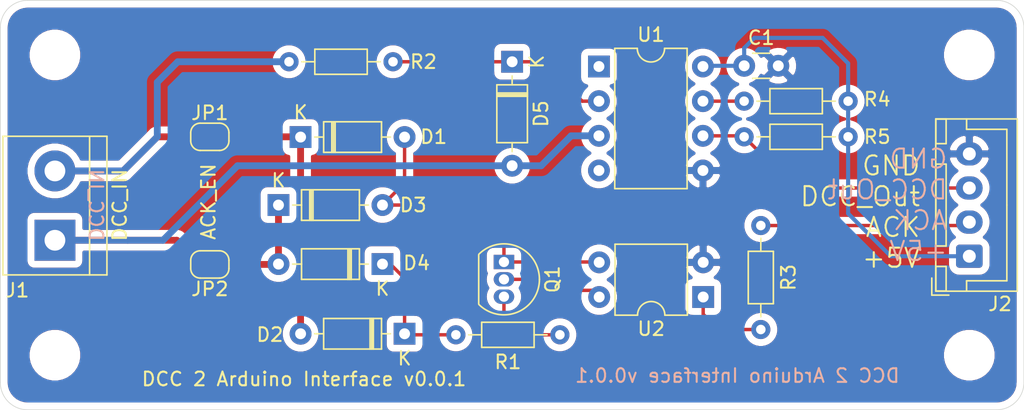
<source format=kicad_pcb>
(kicad_pcb (version 20171130) (host pcbnew 5.1.6-c6e7f7d~87~ubuntu20.04.1)

  (general
    (thickness 1.6)
    (drawings 15)
    (tracks 67)
    (zones 0)
    (modules 22)
    (nets 17)
  )

  (page A4)
  (layers
    (0 F.Cu signal hide)
    (31 B.Cu signal hide)
    (32 B.Adhes user hide)
    (33 F.Adhes user hide)
    (34 B.Paste user hide)
    (35 F.Paste user hide)
    (36 B.SilkS user hide)
    (37 F.SilkS user hide)
    (38 B.Mask user hide)
    (39 F.Mask user hide)
    (40 Dwgs.User user hide)
    (41 Cmts.User user hide)
    (42 Eco1.User user hide)
    (43 Eco2.User user hide)
    (44 Edge.Cuts user)
    (45 Margin user hide)
    (46 B.CrtYd user)
    (47 F.CrtYd user)
    (48 B.Fab user hide)
    (49 F.Fab user)
  )

  (setup
    (last_trace_width 0.25)
    (trace_clearance 0.2)
    (zone_clearance 0.508)
    (zone_45_only no)
    (trace_min 0.2)
    (via_size 0.8)
    (via_drill 0.4)
    (via_min_size 0.4)
    (via_min_drill 0.3)
    (uvia_size 0.3)
    (uvia_drill 0.1)
    (uvias_allowed no)
    (uvia_min_size 0.2)
    (uvia_min_drill 0.1)
    (edge_width 0.05)
    (segment_width 0.2)
    (pcb_text_width 0.3)
    (pcb_text_size 1.5 1.5)
    (mod_edge_width 0.12)
    (mod_text_size 1 1)
    (mod_text_width 0.15)
    (pad_size 1.524 1.524)
    (pad_drill 0.762)
    (pad_to_mask_clearance 0.05)
    (aux_axis_origin 0 0)
    (visible_elements FFFFFF7F)
    (pcbplotparams
      (layerselection 0x010fc_ffffffff)
      (usegerberextensions false)
      (usegerberattributes true)
      (usegerberadvancedattributes true)
      (creategerberjobfile true)
      (excludeedgelayer true)
      (linewidth 0.100000)
      (plotframeref false)
      (viasonmask false)
      (mode 1)
      (useauxorigin false)
      (hpglpennumber 1)
      (hpglpenspeed 20)
      (hpglpendiameter 15.000000)
      (psnegative false)
      (psa4output false)
      (plotreference true)
      (plotvalue true)
      (plotinvisibletext false)
      (padsonsilk false)
      (subtractmaskfromsilk false)
      (outputformat 1)
      (mirror false)
      (drillshape 0)
      (scaleselection 1)
      (outputdirectory "JLCPCB"))
  )

  (net 0 "")
  (net 1 GND)
  (net 2 VCC)
  (net 3 "Net-(D1-Pad2)")
  (net 4 "Net-(D2-Pad1)")
  (net 5 "Net-(D5-Pad1)")
  (net 6 /DCC_IN)
  (net 7 /ack)
  (net 8 "Net-(Q1-Pad3)")
  (net 9 "Net-(Q1-Pad2)")
  (net 10 "Net-(R3-Pad2)")
  (net 11 "Net-(R4-Pad1)")
  (net 12 "Net-(U1-Pad1)")
  (net 13 /J_ACK)
  (net 14 /K_ACK)
  (net 15 /K)
  (net 16 /J)

  (net_class Default "This is the default net class."
    (clearance 0.2)
    (trace_width 0.25)
    (via_dia 0.8)
    (via_drill 0.4)
    (uvia_dia 0.3)
    (uvia_drill 0.1)
    (add_net /DCC_IN)
    (add_net /ack)
    (add_net GND)
    (add_net "Net-(D1-Pad2)")
    (add_net "Net-(D2-Pad1)")
    (add_net "Net-(D5-Pad1)")
    (add_net "Net-(Q1-Pad2)")
    (add_net "Net-(Q1-Pad3)")
    (add_net "Net-(R3-Pad2)")
    (add_net "Net-(R4-Pad1)")
    (add_net "Net-(U1-Pad1)")
  )

  (net_class IN ""
    (clearance 0.2)
    (trace_width 0.5)
    (via_dia 0.8)
    (via_drill 0.4)
    (uvia_dia 0.3)
    (uvia_drill 0.1)
    (add_net /J)
    (add_net /J_ACK)
    (add_net /K)
    (add_net /K_ACK)
  )

  (net_class VCC ""
    (clearance 0.2)
    (trace_width 0.3)
    (via_dia 0.8)
    (via_drill 0.4)
    (uvia_dia 0.3)
    (uvia_drill 0.1)
    (add_net VCC)
  )

  (module MountingHole:MountingHole_2.7mm_M2.5 (layer F.Cu) (tedit 56D1B4CB) (tstamp 5F3E443C)
    (at 121 96)
    (descr "Mounting Hole 2.7mm, no annular, M2.5")
    (tags "mounting hole 2.7mm no annular m2.5")
    (path /5F46EA89)
    (attr virtual)
    (fp_text reference H4 (at 0 -3.7) (layer F.SilkS) hide
      (effects (font (size 1 1) (thickness 0.15)))
    )
    (fp_text value MountingHole (at 0 3.7) (layer F.Fab) hide
      (effects (font (size 1 1) (thickness 0.15)))
    )
    (fp_circle (center 0 0) (end 2.7 0) (layer Cmts.User) (width 0.15))
    (fp_circle (center 0 0) (end 2.95 0) (layer F.CrtYd) (width 0.05))
    (fp_text user %R (at 0.3 0) (layer F.Fab)
      (effects (font (size 1 1) (thickness 0.15)))
    )
    (pad 1 np_thru_hole circle (at 0 0) (size 2.7 2.7) (drill 2.7) (layers *.Cu *.Mask))
  )

  (module MountingHole:MountingHole_2.7mm_M2.5 (layer F.Cu) (tedit 56D1B4CB) (tstamp 5F3E4434)
    (at 121 74)
    (descr "Mounting Hole 2.7mm, no annular, M2.5")
    (tags "mounting hole 2.7mm no annular m2.5")
    (path /5F46E116)
    (attr virtual)
    (fp_text reference H3 (at 0 -3.7) (layer F.SilkS) hide
      (effects (font (size 1 1) (thickness 0.15)))
    )
    (fp_text value MountingHole (at 0 3.7) (layer F.Fab) hide
      (effects (font (size 1 1) (thickness 0.15)))
    )
    (fp_circle (center 0 0) (end 2.7 0) (layer Cmts.User) (width 0.15))
    (fp_circle (center 0 0) (end 2.95 0) (layer F.CrtYd) (width 0.05))
    (fp_text user %R (at 0.3 0) (layer F.Fab)
      (effects (font (size 1 1) (thickness 0.15)))
    )
    (pad 1 np_thru_hole circle (at 0 0) (size 2.7 2.7) (drill 2.7) (layers *.Cu *.Mask))
  )

  (module MountingHole:MountingHole_2.7mm_M2.5 (layer F.Cu) (tedit 56D1B4CB) (tstamp 5F3E4846)
    (at 54 96)
    (descr "Mounting Hole 2.7mm, no annular, M2.5")
    (tags "mounting hole 2.7mm no annular m2.5")
    (path /5F46E5A1)
    (attr virtual)
    (fp_text reference H2 (at 0 -3.7) (layer F.SilkS) hide
      (effects (font (size 1 1) (thickness 0.15)))
    )
    (fp_text value MountingHole (at 0 5.5) (layer F.Fab) hide
      (effects (font (size 1 1) (thickness 0.15)))
    )
    (fp_circle (center 0 0) (end 2.7 0) (layer Cmts.User) (width 0.15))
    (fp_circle (center 0 0) (end 2.95 0) (layer F.CrtYd) (width 0.05))
    (fp_text user %R (at 0.3 0) (layer F.Fab)
      (effects (font (size 1 1) (thickness 0.15)))
    )
    (pad 1 np_thru_hole circle (at 0 0) (size 2.7 2.7) (drill 2.7) (layers *.Cu *.Mask))
  )

  (module MountingHole:MountingHole_2.7mm_M2.5 (layer F.Cu) (tedit 56D1B4CB) (tstamp 5F3E4695)
    (at 54 74)
    (descr "Mounting Hole 2.7mm, no annular, M2.5")
    (tags "mounting hole 2.7mm no annular m2.5")
    (path /5F46D1CB)
    (attr virtual)
    (fp_text reference H1 (at 0 -3.7) (layer F.SilkS) hide
      (effects (font (size 1 1) (thickness 0.15)))
    )
    (fp_text value MountingHole (at 0 -5.5) (layer F.Fab) hide
      (effects (font (size 1 1) (thickness 0.15)))
    )
    (fp_circle (center 0 0) (end 2.7 0) (layer Cmts.User) (width 0.15))
    (fp_circle (center 0 0) (end 2.95 0) (layer F.CrtYd) (width 0.05))
    (fp_text user %R (at 0.3 0) (layer F.Fab)
      (effects (font (size 1 1) (thickness 0.15)))
    )
    (pad 1 np_thru_hole circle (at 0 0) (size 2.7 2.7) (drill 2.7) (layers *.Cu *.Mask))
  )

  (module Package_DIP:DIP-4_W7.62mm (layer F.Cu) (tedit 5A02E8C5) (tstamp 5F3D9E2A)
    (at 101.5 91.7384 180)
    (descr "4-lead though-hole mounted DIP package, row spacing 7.62 mm (300 mils)")
    (tags "THT DIP DIL PDIP 2.54mm 7.62mm 300mil")
    (path /5F401D30)
    (fp_text reference U2 (at 3.81 -2.33) (layer F.SilkS)
      (effects (font (size 1 1) (thickness 0.15)))
    )
    (fp_text value PC817 (at 3.81 4.87) (layer F.Fab)
      (effects (font (size 1 1) (thickness 0.15)))
    )
    (fp_line (start 1.635 -1.27) (end 6.985 -1.27) (layer F.Fab) (width 0.1))
    (fp_line (start 6.985 -1.27) (end 6.985 3.81) (layer F.Fab) (width 0.1))
    (fp_line (start 6.985 3.81) (end 0.635 3.81) (layer F.Fab) (width 0.1))
    (fp_line (start 0.635 3.81) (end 0.635 -0.27) (layer F.Fab) (width 0.1))
    (fp_line (start 0.635 -0.27) (end 1.635 -1.27) (layer F.Fab) (width 0.1))
    (fp_line (start 2.81 -1.33) (end 1.16 -1.33) (layer F.SilkS) (width 0.12))
    (fp_line (start 1.16 -1.33) (end 1.16 3.87) (layer F.SilkS) (width 0.12))
    (fp_line (start 1.16 3.87) (end 6.46 3.87) (layer F.SilkS) (width 0.12))
    (fp_line (start 6.46 3.87) (end 6.46 -1.33) (layer F.SilkS) (width 0.12))
    (fp_line (start 6.46 -1.33) (end 4.81 -1.33) (layer F.SilkS) (width 0.12))
    (fp_line (start -1.1 -1.55) (end -1.1 4.1) (layer F.CrtYd) (width 0.05))
    (fp_line (start -1.1 4.1) (end 8.7 4.1) (layer F.CrtYd) (width 0.05))
    (fp_line (start 8.7 4.1) (end 8.7 -1.55) (layer F.CrtYd) (width 0.05))
    (fp_line (start 8.7 -1.55) (end -1.1 -1.55) (layer F.CrtYd) (width 0.05))
    (fp_text user %R (at 3.81 1.27) (layer F.Fab)
      (effects (font (size 1 1) (thickness 0.15)))
    )
    (fp_arc (start 3.81 -1.33) (end 2.81 -1.33) (angle -180) (layer F.SilkS) (width 0.12))
    (pad 4 thru_hole oval (at 7.62 0 180) (size 1.6 1.6) (drill 0.8) (layers *.Cu *.Mask)
      (net 9 "Net-(Q1-Pad2)"))
    (pad 2 thru_hole oval (at 0 2.54 180) (size 1.6 1.6) (drill 0.8) (layers *.Cu *.Mask)
      (net 1 GND))
    (pad 3 thru_hole oval (at 7.62 2.54 180) (size 1.6 1.6) (drill 0.8) (layers *.Cu *.Mask)
      (net 3 "Net-(D1-Pad2)"))
    (pad 1 thru_hole rect (at 0 0 180) (size 1.6 1.6) (drill 0.8) (layers *.Cu *.Mask)
      (net 10 "Net-(R3-Pad2)"))
    (model ${KISYS3DMOD}/Package_DIP.3dshapes/DIP-4_W7.62mm.wrl
      (at (xyz 0 0 0))
      (scale (xyz 1 1 1))
      (rotate (xyz 0 0 0))
    )
  )

  (module Package_DIP:DIP-8_W7.62mm (layer F.Cu) (tedit 5A02E8C5) (tstamp 5F3D9E12)
    (at 93.8606 74.8474)
    (descr "8-lead though-hole mounted DIP package, row spacing 7.62 mm (300 mils)")
    (tags "THT DIP DIL PDIP 2.54mm 7.62mm 300mil")
    (path /5F406B36)
    (fp_text reference U1 (at 3.81 -2.33) (layer F.SilkS)
      (effects (font (size 1 1) (thickness 0.15)))
    )
    (fp_text value 6N137 (at 3.81 9.95) (layer F.Fab)
      (effects (font (size 1 1) (thickness 0.15)))
    )
    (fp_line (start 1.635 -1.27) (end 6.985 -1.27) (layer F.Fab) (width 0.1))
    (fp_line (start 6.985 -1.27) (end 6.985 8.89) (layer F.Fab) (width 0.1))
    (fp_line (start 6.985 8.89) (end 0.635 8.89) (layer F.Fab) (width 0.1))
    (fp_line (start 0.635 8.89) (end 0.635 -0.27) (layer F.Fab) (width 0.1))
    (fp_line (start 0.635 -0.27) (end 1.635 -1.27) (layer F.Fab) (width 0.1))
    (fp_line (start 2.81 -1.33) (end 1.16 -1.33) (layer F.SilkS) (width 0.12))
    (fp_line (start 1.16 -1.33) (end 1.16 8.95) (layer F.SilkS) (width 0.12))
    (fp_line (start 1.16 8.95) (end 6.46 8.95) (layer F.SilkS) (width 0.12))
    (fp_line (start 6.46 8.95) (end 6.46 -1.33) (layer F.SilkS) (width 0.12))
    (fp_line (start 6.46 -1.33) (end 4.81 -1.33) (layer F.SilkS) (width 0.12))
    (fp_line (start -1.1 -1.55) (end -1.1 9.15) (layer F.CrtYd) (width 0.05))
    (fp_line (start -1.1 9.15) (end 8.7 9.15) (layer F.CrtYd) (width 0.05))
    (fp_line (start 8.7 9.15) (end 8.7 -1.55) (layer F.CrtYd) (width 0.05))
    (fp_line (start 8.7 -1.55) (end -1.1 -1.55) (layer F.CrtYd) (width 0.05))
    (fp_text user %R (at 3.81 3.81) (layer F.Fab)
      (effects (font (size 1 1) (thickness 0.15)))
    )
    (fp_arc (start 3.81 -1.33) (end 2.81 -1.33) (angle -180) (layer F.SilkS) (width 0.12))
    (pad 8 thru_hole oval (at 7.62 0) (size 1.6 1.6) (drill 0.8) (layers *.Cu *.Mask)
      (net 2 VCC))
    (pad 4 thru_hole oval (at 0 7.62) (size 1.6 1.6) (drill 0.8) (layers *.Cu *.Mask))
    (pad 7 thru_hole oval (at 7.62 2.54) (size 1.6 1.6) (drill 0.8) (layers *.Cu *.Mask)
      (net 11 "Net-(R4-Pad1)"))
    (pad 3 thru_hole oval (at 0 5.08) (size 1.6 1.6) (drill 0.8) (layers *.Cu *.Mask)
      (net 15 /K))
    (pad 6 thru_hole oval (at 7.62 5.08) (size 1.6 1.6) (drill 0.8) (layers *.Cu *.Mask)
      (net 6 /DCC_IN))
    (pad 2 thru_hole oval (at 0 2.54) (size 1.6 1.6) (drill 0.8) (layers *.Cu *.Mask)
      (net 5 "Net-(D5-Pad1)"))
    (pad 5 thru_hole oval (at 7.62 7.62) (size 1.6 1.6) (drill 0.8) (layers *.Cu *.Mask)
      (net 1 GND))
    (pad 1 thru_hole rect (at 0 0) (size 1.6 1.6) (drill 0.8) (layers *.Cu *.Mask)
      (net 12 "Net-(U1-Pad1)"))
    (model ${KISYS3DMOD}/Package_DIP.3dshapes/DIP-8_W7.62mm.wrl
      (at (xyz 0 0 0))
      (scale (xyz 1 1 1))
      (rotate (xyz 0 0 0))
    )
  )

  (module Resistor_THT:R_Axial_DIN0204_L3.6mm_D1.6mm_P7.62mm_Horizontal (layer F.Cu) (tedit 5AE5139B) (tstamp 5F3D9DF6)
    (at 104.5 80)
    (descr "Resistor, Axial_DIN0204 series, Axial, Horizontal, pin pitch=7.62mm, 0.167W, length*diameter=3.6*1.6mm^2, http://cdn-reichelt.de/documents/datenblatt/B400/1_4W%23YAG.pdf")
    (tags "Resistor Axial_DIN0204 series Axial Horizontal pin pitch 7.62mm 0.167W length 3.6mm diameter 1.6mm")
    (path /5F41FB7B)
    (fp_text reference R5 (at 9.75 0) (layer F.SilkS)
      (effects (font (size 1 1) (thickness 0.15)))
    )
    (fp_text value 10k (at 10.25 0) (layer F.Fab)
      (effects (font (size 1 1) (thickness 0.15)))
    )
    (fp_line (start 2.01 -0.8) (end 2.01 0.8) (layer F.Fab) (width 0.1))
    (fp_line (start 2.01 0.8) (end 5.61 0.8) (layer F.Fab) (width 0.1))
    (fp_line (start 5.61 0.8) (end 5.61 -0.8) (layer F.Fab) (width 0.1))
    (fp_line (start 5.61 -0.8) (end 2.01 -0.8) (layer F.Fab) (width 0.1))
    (fp_line (start 0 0) (end 2.01 0) (layer F.Fab) (width 0.1))
    (fp_line (start 7.62 0) (end 5.61 0) (layer F.Fab) (width 0.1))
    (fp_line (start 1.89 -0.92) (end 1.89 0.92) (layer F.SilkS) (width 0.12))
    (fp_line (start 1.89 0.92) (end 5.73 0.92) (layer F.SilkS) (width 0.12))
    (fp_line (start 5.73 0.92) (end 5.73 -0.92) (layer F.SilkS) (width 0.12))
    (fp_line (start 5.73 -0.92) (end 1.89 -0.92) (layer F.SilkS) (width 0.12))
    (fp_line (start 0.94 0) (end 1.89 0) (layer F.SilkS) (width 0.12))
    (fp_line (start 6.68 0) (end 5.73 0) (layer F.SilkS) (width 0.12))
    (fp_line (start -0.95 -1.05) (end -0.95 1.05) (layer F.CrtYd) (width 0.05))
    (fp_line (start -0.95 1.05) (end 8.57 1.05) (layer F.CrtYd) (width 0.05))
    (fp_line (start 8.57 1.05) (end 8.57 -1.05) (layer F.CrtYd) (width 0.05))
    (fp_line (start 8.57 -1.05) (end -0.95 -1.05) (layer F.CrtYd) (width 0.05))
    (fp_text user %R (at 3.81 0) (layer F.Fab)
      (effects (font (size 0.72 0.72) (thickness 0.108)))
    )
    (pad 2 thru_hole oval (at 7.62 0) (size 1.4 1.4) (drill 0.7) (layers *.Cu *.Mask)
      (net 2 VCC))
    (pad 1 thru_hole circle (at 0 0) (size 1.4 1.4) (drill 0.7) (layers *.Cu *.Mask)
      (net 6 /DCC_IN))
    (model ${KISYS3DMOD}/Resistor_THT.3dshapes/R_Axial_DIN0204_L3.6mm_D1.6mm_P7.62mm_Horizontal.wrl
      (at (xyz 0 0 0))
      (scale (xyz 1 1 1))
      (rotate (xyz 0 0 0))
    )
  )

  (module Resistor_THT:R_Axial_DIN0204_L3.6mm_D1.6mm_P7.62mm_Horizontal (layer F.Cu) (tedit 5AE5139B) (tstamp 5F3E2B6D)
    (at 104.5 77.3874)
    (descr "Resistor, Axial_DIN0204 series, Axial, Horizontal, pin pitch=7.62mm, 0.167W, length*diameter=3.6*1.6mm^2, http://cdn-reichelt.de/documents/datenblatt/B400/1_4W%23YAG.pdf")
    (tags "Resistor Axial_DIN0204 series Axial Horizontal pin pitch 7.62mm 0.167W length 3.6mm diameter 1.6mm")
    (path /5F415B12)
    (fp_text reference R4 (at 9.75 -0.1374) (layer F.SilkS)
      (effects (font (size 1 1) (thickness 0.15)))
    )
    (fp_text value 10k (at 10.25 0.1126) (layer F.Fab)
      (effects (font (size 1 1) (thickness 0.15)))
    )
    (fp_line (start 2.01 -0.8) (end 2.01 0.8) (layer F.Fab) (width 0.1))
    (fp_line (start 2.01 0.8) (end 5.61 0.8) (layer F.Fab) (width 0.1))
    (fp_line (start 5.61 0.8) (end 5.61 -0.8) (layer F.Fab) (width 0.1))
    (fp_line (start 5.61 -0.8) (end 2.01 -0.8) (layer F.Fab) (width 0.1))
    (fp_line (start 0 0) (end 2.01 0) (layer F.Fab) (width 0.1))
    (fp_line (start 7.62 0) (end 5.61 0) (layer F.Fab) (width 0.1))
    (fp_line (start 1.89 -0.92) (end 1.89 0.92) (layer F.SilkS) (width 0.12))
    (fp_line (start 1.89 0.92) (end 5.73 0.92) (layer F.SilkS) (width 0.12))
    (fp_line (start 5.73 0.92) (end 5.73 -0.92) (layer F.SilkS) (width 0.12))
    (fp_line (start 5.73 -0.92) (end 1.89 -0.92) (layer F.SilkS) (width 0.12))
    (fp_line (start 0.94 0) (end 1.89 0) (layer F.SilkS) (width 0.12))
    (fp_line (start 6.68 0) (end 5.73 0) (layer F.SilkS) (width 0.12))
    (fp_line (start -0.95 -1.05) (end -0.95 1.05) (layer F.CrtYd) (width 0.05))
    (fp_line (start -0.95 1.05) (end 8.57 1.05) (layer F.CrtYd) (width 0.05))
    (fp_line (start 8.57 1.05) (end 8.57 -1.05) (layer F.CrtYd) (width 0.05))
    (fp_line (start 8.57 -1.05) (end -0.95 -1.05) (layer F.CrtYd) (width 0.05))
    (fp_text user %R (at 3.81 0) (layer F.Fab)
      (effects (font (size 0.72 0.72) (thickness 0.108)))
    )
    (pad 2 thru_hole oval (at 7.62 0) (size 1.4 1.4) (drill 0.7) (layers *.Cu *.Mask)
      (net 2 VCC))
    (pad 1 thru_hole circle (at 0 0) (size 1.4 1.4) (drill 0.7) (layers *.Cu *.Mask)
      (net 11 "Net-(R4-Pad1)"))
    (model ${KISYS3DMOD}/Resistor_THT.3dshapes/R_Axial_DIN0204_L3.6mm_D1.6mm_P7.62mm_Horizontal.wrl
      (at (xyz 0 0 0))
      (scale (xyz 1 1 1))
      (rotate (xyz 0 0 0))
    )
  )

  (module Resistor_THT:R_Axial_DIN0204_L3.6mm_D1.6mm_P7.62mm_Horizontal (layer F.Cu) (tedit 5AE5139B) (tstamp 5F3D9DC8)
    (at 105.7224 86.5 270)
    (descr "Resistor, Axial_DIN0204 series, Axial, Horizontal, pin pitch=7.62mm, 0.167W, length*diameter=3.6*1.6mm^2, http://cdn-reichelt.de/documents/datenblatt/B400/1_4W%23YAG.pdf")
    (tags "Resistor Axial_DIN0204 series Axial Horizontal pin pitch 7.62mm 0.167W length 3.6mm diameter 1.6mm")
    (path /5F41C394)
    (fp_text reference R3 (at 3.81 -2.0276 90) (layer F.SilkS)
      (effects (font (size 1 1) (thickness 0.15)))
    )
    (fp_text value 1K (at 3.81 1.92 90) (layer F.Fab)
      (effects (font (size 1 1) (thickness 0.15)))
    )
    (fp_line (start 2.01 -0.8) (end 2.01 0.8) (layer F.Fab) (width 0.1))
    (fp_line (start 2.01 0.8) (end 5.61 0.8) (layer F.Fab) (width 0.1))
    (fp_line (start 5.61 0.8) (end 5.61 -0.8) (layer F.Fab) (width 0.1))
    (fp_line (start 5.61 -0.8) (end 2.01 -0.8) (layer F.Fab) (width 0.1))
    (fp_line (start 0 0) (end 2.01 0) (layer F.Fab) (width 0.1))
    (fp_line (start 7.62 0) (end 5.61 0) (layer F.Fab) (width 0.1))
    (fp_line (start 1.89 -0.92) (end 1.89 0.92) (layer F.SilkS) (width 0.12))
    (fp_line (start 1.89 0.92) (end 5.73 0.92) (layer F.SilkS) (width 0.12))
    (fp_line (start 5.73 0.92) (end 5.73 -0.92) (layer F.SilkS) (width 0.12))
    (fp_line (start 5.73 -0.92) (end 1.89 -0.92) (layer F.SilkS) (width 0.12))
    (fp_line (start 0.94 0) (end 1.89 0) (layer F.SilkS) (width 0.12))
    (fp_line (start 6.68 0) (end 5.73 0) (layer F.SilkS) (width 0.12))
    (fp_line (start -0.95 -1.05) (end -0.95 1.05) (layer F.CrtYd) (width 0.05))
    (fp_line (start -0.95 1.05) (end 8.57 1.05) (layer F.CrtYd) (width 0.05))
    (fp_line (start 8.57 1.05) (end 8.57 -1.05) (layer F.CrtYd) (width 0.05))
    (fp_line (start 8.57 -1.05) (end -0.95 -1.05) (layer F.CrtYd) (width 0.05))
    (fp_text user %R (at 3.81 0 90) (layer F.Fab)
      (effects (font (size 0.72 0.72) (thickness 0.108)))
    )
    (pad 2 thru_hole oval (at 7.62 0 270) (size 1.4 1.4) (drill 0.7) (layers *.Cu *.Mask)
      (net 10 "Net-(R3-Pad2)"))
    (pad 1 thru_hole circle (at 0 0 270) (size 1.4 1.4) (drill 0.7) (layers *.Cu *.Mask)
      (net 7 /ack))
    (model ${KISYS3DMOD}/Resistor_THT.3dshapes/R_Axial_DIN0204_L3.6mm_D1.6mm_P7.62mm_Horizontal.wrl
      (at (xyz 0 0 0))
      (scale (xyz 1 1 1))
      (rotate (xyz 0 0 0))
    )
  )

  (module Resistor_THT:R_Axial_DIN0204_L3.6mm_D1.6mm_P7.62mm_Horizontal (layer F.Cu) (tedit 5AE5139B) (tstamp 5F3D9DB1)
    (at 78.773 74.5 180)
    (descr "Resistor, Axial_DIN0204 series, Axial, Horizontal, pin pitch=7.62mm, 0.167W, length*diameter=3.6*1.6mm^2, http://cdn-reichelt.de/documents/datenblatt/B400/1_4W%23YAG.pdf")
    (tags "Resistor Axial_DIN0204 series Axial Horizontal pin pitch 7.62mm 0.167W length 3.6mm diameter 1.6mm")
    (path /5F3F8A47)
    (fp_text reference R2 (at -2.227 0) (layer F.SilkS)
      (effects (font (size 1 1) (thickness 0.15)))
    )
    (fp_text value 3k9 (at 3.81 1.92) (layer F.Fab)
      (effects (font (size 1 1) (thickness 0.15)))
    )
    (fp_line (start 2.01 -0.8) (end 2.01 0.8) (layer F.Fab) (width 0.1))
    (fp_line (start 2.01 0.8) (end 5.61 0.8) (layer F.Fab) (width 0.1))
    (fp_line (start 5.61 0.8) (end 5.61 -0.8) (layer F.Fab) (width 0.1))
    (fp_line (start 5.61 -0.8) (end 2.01 -0.8) (layer F.Fab) (width 0.1))
    (fp_line (start 0 0) (end 2.01 0) (layer F.Fab) (width 0.1))
    (fp_line (start 7.62 0) (end 5.61 0) (layer F.Fab) (width 0.1))
    (fp_line (start 1.89 -0.92) (end 1.89 0.92) (layer F.SilkS) (width 0.12))
    (fp_line (start 1.89 0.92) (end 5.73 0.92) (layer F.SilkS) (width 0.12))
    (fp_line (start 5.73 0.92) (end 5.73 -0.92) (layer F.SilkS) (width 0.12))
    (fp_line (start 5.73 -0.92) (end 1.89 -0.92) (layer F.SilkS) (width 0.12))
    (fp_line (start 0.94 0) (end 1.89 0) (layer F.SilkS) (width 0.12))
    (fp_line (start 6.68 0) (end 5.73 0) (layer F.SilkS) (width 0.12))
    (fp_line (start -0.95 -1.05) (end -0.95 1.05) (layer F.CrtYd) (width 0.05))
    (fp_line (start -0.95 1.05) (end 8.57 1.05) (layer F.CrtYd) (width 0.05))
    (fp_line (start 8.57 1.05) (end 8.57 -1.05) (layer F.CrtYd) (width 0.05))
    (fp_line (start 8.57 -1.05) (end -0.95 -1.05) (layer F.CrtYd) (width 0.05))
    (fp_text user %R (at 3.81 0) (layer F.Fab)
      (effects (font (size 0.72 0.72) (thickness 0.108)))
    )
    (pad 2 thru_hole oval (at 7.62 0 180) (size 1.4 1.4) (drill 0.7) (layers *.Cu *.Mask)
      (net 16 /J))
    (pad 1 thru_hole circle (at 0 0 180) (size 1.4 1.4) (drill 0.7) (layers *.Cu *.Mask)
      (net 5 "Net-(D5-Pad1)"))
    (model ${KISYS3DMOD}/Resistor_THT.3dshapes/R_Axial_DIN0204_L3.6mm_D1.6mm_P7.62mm_Horizontal.wrl
      (at (xyz 0 0 0))
      (scale (xyz 1 1 1))
      (rotate (xyz 0 0 0))
    )
  )

  (module Resistor_THT:R_Axial_DIN0204_L3.6mm_D1.6mm_P7.62mm_Horizontal (layer F.Cu) (tedit 5AE5139B) (tstamp 5F3D9D9A)
    (at 91 94.507 180)
    (descr "Resistor, Axial_DIN0204 series, Axial, Horizontal, pin pitch=7.62mm, 0.167W, length*diameter=3.6*1.6mm^2, http://cdn-reichelt.de/documents/datenblatt/B400/1_4W%23YAG.pdf")
    (tags "Resistor Axial_DIN0204 series Axial Horizontal pin pitch 7.62mm 0.167W length 3.6mm diameter 1.6mm")
    (path /5F3D6F9F)
    (fp_text reference R1 (at 3.81 -1.993) (layer F.SilkS)
      (effects (font (size 1 1) (thickness 0.15)))
    )
    (fp_text value 100 (at 3.81 -2.243) (layer F.Fab)
      (effects (font (size 1 1) (thickness 0.15)))
    )
    (fp_line (start 2.01 -0.8) (end 2.01 0.8) (layer F.Fab) (width 0.1))
    (fp_line (start 2.01 0.8) (end 5.61 0.8) (layer F.Fab) (width 0.1))
    (fp_line (start 5.61 0.8) (end 5.61 -0.8) (layer F.Fab) (width 0.1))
    (fp_line (start 5.61 -0.8) (end 2.01 -0.8) (layer F.Fab) (width 0.1))
    (fp_line (start 0 0) (end 2.01 0) (layer F.Fab) (width 0.1))
    (fp_line (start 7.62 0) (end 5.61 0) (layer F.Fab) (width 0.1))
    (fp_line (start 1.89 -0.92) (end 1.89 0.92) (layer F.SilkS) (width 0.12))
    (fp_line (start 1.89 0.92) (end 5.73 0.92) (layer F.SilkS) (width 0.12))
    (fp_line (start 5.73 0.92) (end 5.73 -0.92) (layer F.SilkS) (width 0.12))
    (fp_line (start 5.73 -0.92) (end 1.89 -0.92) (layer F.SilkS) (width 0.12))
    (fp_line (start 0.94 0) (end 1.89 0) (layer F.SilkS) (width 0.12))
    (fp_line (start 6.68 0) (end 5.73 0) (layer F.SilkS) (width 0.12))
    (fp_line (start -0.95 -1.05) (end -0.95 1.05) (layer F.CrtYd) (width 0.05))
    (fp_line (start -0.95 1.05) (end 8.57 1.05) (layer F.CrtYd) (width 0.05))
    (fp_line (start 8.57 1.05) (end 8.57 -1.05) (layer F.CrtYd) (width 0.05))
    (fp_line (start 8.57 -1.05) (end -0.95 -1.05) (layer F.CrtYd) (width 0.05))
    (fp_text user %R (at 3.81 0) (layer F.Fab)
      (effects (font (size 0.72 0.72) (thickness 0.108)))
    )
    (pad 2 thru_hole oval (at 7.62 0 180) (size 1.4 1.4) (drill 0.7) (layers *.Cu *.Mask)
      (net 4 "Net-(D2-Pad1)"))
    (pad 1 thru_hole circle (at 0 0 180) (size 1.4 1.4) (drill 0.7) (layers *.Cu *.Mask)
      (net 8 "Net-(Q1-Pad3)"))
    (model ${KISYS3DMOD}/Resistor_THT.3dshapes/R_Axial_DIN0204_L3.6mm_D1.6mm_P7.62mm_Horizontal.wrl
      (at (xyz 0 0 0))
      (scale (xyz 1 1 1))
      (rotate (xyz 0 0 0))
    )
  )

  (module Package_TO_SOT_THT:TO-92_Inline (layer F.Cu) (tedit 5A1DD157) (tstamp 5F3D9D83)
    (at 86.901 89.173 270)
    (descr "TO-92 leads in-line, narrow, oval pads, drill 0.75mm (see NXP sot054_po.pdf)")
    (tags "to-92 sc-43 sc-43a sot54 PA33 transistor")
    (path /5F3D5BD2)
    (fp_text reference Q1 (at 1.27 -3.56 90) (layer F.SilkS)
      (effects (font (size 1 1) (thickness 0.15)))
    )
    (fp_text value BC560 (at 1.27 2.79 90) (layer F.Fab)
      (effects (font (size 1 1) (thickness 0.15)))
    )
    (fp_line (start -0.53 1.85) (end 3.07 1.85) (layer F.SilkS) (width 0.12))
    (fp_line (start -0.5 1.75) (end 3 1.75) (layer F.Fab) (width 0.1))
    (fp_line (start -1.46 -2.73) (end 4 -2.73) (layer F.CrtYd) (width 0.05))
    (fp_line (start -1.46 -2.73) (end -1.46 2.01) (layer F.CrtYd) (width 0.05))
    (fp_line (start 4 2.01) (end 4 -2.73) (layer F.CrtYd) (width 0.05))
    (fp_line (start 4 2.01) (end -1.46 2.01) (layer F.CrtYd) (width 0.05))
    (fp_arc (start 1.27 0) (end 1.27 -2.6) (angle 135) (layer F.SilkS) (width 0.12))
    (fp_arc (start 1.27 0) (end 1.27 -2.48) (angle -135) (layer F.Fab) (width 0.1))
    (fp_arc (start 1.27 0) (end 1.27 -2.6) (angle -135) (layer F.SilkS) (width 0.12))
    (fp_arc (start 1.27 0) (end 1.27 -2.48) (angle 135) (layer F.Fab) (width 0.1))
    (fp_text user %R (at 1.27 -3.56 90) (layer F.Fab)
      (effects (font (size 1 1) (thickness 0.15)))
    )
    (pad 1 thru_hole rect (at 0 0 270) (size 1.05 1.5) (drill 0.75) (layers *.Cu *.Mask)
      (net 3 "Net-(D1-Pad2)"))
    (pad 3 thru_hole oval (at 2.54 0 270) (size 1.05 1.5) (drill 0.75) (layers *.Cu *.Mask)
      (net 8 "Net-(Q1-Pad3)"))
    (pad 2 thru_hole oval (at 1.27 0 270) (size 1.05 1.5) (drill 0.75) (layers *.Cu *.Mask)
      (net 9 "Net-(Q1-Pad2)"))
    (model ${KISYS3DMOD}/Package_TO_SOT_THT.3dshapes/TO-92_Inline.wrl
      (at (xyz 0 0 0))
      (scale (xyz 1 1 1))
      (rotate (xyz 0 0 0))
    )
  )

  (module Jumper:SolderJumper-2_P1.3mm_Bridged_RoundedPad1.0x1.5mm (layer F.Cu) (tedit 5C745284) (tstamp 5F3D9D71)
    (at 65.35 89.3508 180)
    (descr "SMD Solder Jumper, 1x1.5mm, rounded Pads, 0.3mm gap, bridged with 1 copper strip")
    (tags "solder jumper open")
    (path /5F3D8691)
    (attr virtual)
    (fp_text reference JP2 (at 0 -1.8) (layer F.SilkS)
      (effects (font (size 1 1) (thickness 0.15)))
    )
    (fp_text value Jumper_NC_Small (at 0 -2.3992) (layer F.Fab) hide
      (effects (font (size 1 1) (thickness 0.15)))
    )
    (fp_line (start -1.4 0.3) (end -1.4 -0.3) (layer F.SilkS) (width 0.12))
    (fp_line (start 0.7 1) (end -0.7 1) (layer F.SilkS) (width 0.12))
    (fp_line (start 1.4 -0.3) (end 1.4 0.3) (layer F.SilkS) (width 0.12))
    (fp_line (start -0.7 -1) (end 0.7 -1) (layer F.SilkS) (width 0.12))
    (fp_line (start -1.65 -1.25) (end 1.65 -1.25) (layer F.CrtYd) (width 0.05))
    (fp_line (start -1.65 -1.25) (end -1.65 1.25) (layer F.CrtYd) (width 0.05))
    (fp_line (start 1.65 1.25) (end 1.65 -1.25) (layer F.CrtYd) (width 0.05))
    (fp_line (start 1.65 1.25) (end -1.65 1.25) (layer F.CrtYd) (width 0.05))
    (fp_poly (pts (xy 0.25 -0.3) (xy -0.25 -0.3) (xy -0.25 0.3) (xy 0.25 0.3)) (layer F.Cu) (width 0))
    (fp_arc (start -0.7 -0.3) (end -0.7 -1) (angle -90) (layer F.SilkS) (width 0.12))
    (fp_arc (start -0.7 0.3) (end -1.4 0.3) (angle -90) (layer F.SilkS) (width 0.12))
    (fp_arc (start 0.7 0.3) (end 0.7 1) (angle -90) (layer F.SilkS) (width 0.12))
    (fp_arc (start 0.7 -0.3) (end 1.4 -0.3) (angle -90) (layer F.SilkS) (width 0.12))
    (pad 1 smd custom (at -0.65 0 180) (size 1 0.5) (layers F.Cu F.Mask)
      (net 14 /K_ACK) (zone_connect 2)
      (options (clearance outline) (anchor rect))
      (primitives
        (gr_circle (center 0 0.25) (end 0.5 0.25) (width 0))
        (gr_circle (center 0 -0.25) (end 0.5 -0.25) (width 0))
        (gr_poly (pts
           (xy 0 -0.75) (xy 0.5 -0.75) (xy 0.5 0.75) (xy 0 0.75)) (width 0))
      ))
    (pad 2 smd custom (at 0.65 0 180) (size 1 0.5) (layers F.Cu F.Mask)
      (net 15 /K) (zone_connect 2)
      (options (clearance outline) (anchor rect))
      (primitives
        (gr_circle (center 0 0.25) (end 0.5 0.25) (width 0))
        (gr_circle (center 0 -0.25) (end 0.5 -0.25) (width 0))
        (gr_poly (pts
           (xy 0 -0.75) (xy -0.5 -0.75) (xy -0.5 0.75) (xy 0 0.75)) (width 0))
      ))
  )

  (module Jumper:SolderJumper-2_P1.3mm_Bridged_RoundedPad1.0x1.5mm (layer F.Cu) (tedit 5C745284) (tstamp 5F3D9D5E)
    (at 65.35 80 180)
    (descr "SMD Solder Jumper, 1x1.5mm, rounded Pads, 0.3mm gap, bridged with 1 copper strip")
    (tags "solder jumper open")
    (path /5F3D7AE8)
    (attr virtual)
    (fp_text reference JP1 (at 0 1.75) (layer F.SilkS)
      (effects (font (size 1 1) (thickness 0.15)))
    )
    (fp_text value Jumper_NC_Small (at 1.1 2.25) (layer F.Fab) hide
      (effects (font (size 1 1) (thickness 0.15)))
    )
    (fp_line (start -1.4 0.3) (end -1.4 -0.3) (layer F.SilkS) (width 0.12))
    (fp_line (start 0.7 1) (end -0.7 1) (layer F.SilkS) (width 0.12))
    (fp_line (start 1.4 -0.3) (end 1.4 0.3) (layer F.SilkS) (width 0.12))
    (fp_line (start -0.7 -1) (end 0.7 -1) (layer F.SilkS) (width 0.12))
    (fp_line (start -1.65 -1.25) (end 1.65 -1.25) (layer F.CrtYd) (width 0.05))
    (fp_line (start -1.65 -1.25) (end -1.65 1.25) (layer F.CrtYd) (width 0.05))
    (fp_line (start 1.65 1.25) (end 1.65 -1.25) (layer F.CrtYd) (width 0.05))
    (fp_line (start 1.65 1.25) (end -1.65 1.25) (layer F.CrtYd) (width 0.05))
    (fp_poly (pts (xy 0.25 -0.3) (xy -0.25 -0.3) (xy -0.25 0.3) (xy 0.25 0.3)) (layer F.Cu) (width 0))
    (fp_arc (start -0.7 -0.3) (end -0.7 -1) (angle -90) (layer F.SilkS) (width 0.12))
    (fp_arc (start -0.7 0.3) (end -1.4 0.3) (angle -90) (layer F.SilkS) (width 0.12))
    (fp_arc (start 0.7 0.3) (end 0.7 1) (angle -90) (layer F.SilkS) (width 0.12))
    (fp_arc (start 0.7 -0.3) (end 1.4 -0.3) (angle -90) (layer F.SilkS) (width 0.12))
    (pad 1 smd custom (at -0.65 0 180) (size 1 0.5) (layers F.Cu F.Mask)
      (net 13 /J_ACK) (zone_connect 2)
      (options (clearance outline) (anchor rect))
      (primitives
        (gr_circle (center 0 0.25) (end 0.5 0.25) (width 0))
        (gr_circle (center 0 -0.25) (end 0.5 -0.25) (width 0))
        (gr_poly (pts
           (xy 0 -0.75) (xy 0.5 -0.75) (xy 0.5 0.75) (xy 0 0.75)) (width 0))
      ))
    (pad 2 smd custom (at 0.65 0 180) (size 1 0.5) (layers F.Cu F.Mask)
      (net 16 /J) (zone_connect 2)
      (options (clearance outline) (anchor rect))
      (primitives
        (gr_circle (center 0 0.25) (end 0.5 0.25) (width 0))
        (gr_circle (center 0 -0.25) (end 0.5 -0.25) (width 0))
        (gr_poly (pts
           (xy 0 -0.75) (xy -0.5 -0.75) (xy -0.5 0.75) (xy 0 0.75)) (width 0))
      ))
  )

  (module Connector_JST:JST_XH_B4B-XH-A_1x04_P2.50mm_Vertical (layer F.Cu) (tedit 5C28146C) (tstamp 5F3D9D4B)
    (at 121 88.75 90)
    (descr "JST XH series connector, B4B-XH-A (http://www.jst-mfg.com/product/pdf/eng/eXH.pdf), generated with kicad-footprint-generator")
    (tags "connector JST XH vertical")
    (path /5F450AF3)
    (fp_text reference J2 (at -3.5 2.25 180) (layer F.SilkS)
      (effects (font (size 1 1) (thickness 0.15)))
    )
    (fp_text value Conn_01x04 (at 3.75 4.6 90) (layer F.Fab)
      (effects (font (size 1 1) (thickness 0.15)))
    )
    (fp_line (start -2.45 -2.35) (end -2.45 3.4) (layer F.Fab) (width 0.1))
    (fp_line (start -2.45 3.4) (end 9.95 3.4) (layer F.Fab) (width 0.1))
    (fp_line (start 9.95 3.4) (end 9.95 -2.35) (layer F.Fab) (width 0.1))
    (fp_line (start 9.95 -2.35) (end -2.45 -2.35) (layer F.Fab) (width 0.1))
    (fp_line (start -2.56 -2.46) (end -2.56 3.51) (layer F.SilkS) (width 0.12))
    (fp_line (start -2.56 3.51) (end 10.06 3.51) (layer F.SilkS) (width 0.12))
    (fp_line (start 10.06 3.51) (end 10.06 -2.46) (layer F.SilkS) (width 0.12))
    (fp_line (start 10.06 -2.46) (end -2.56 -2.46) (layer F.SilkS) (width 0.12))
    (fp_line (start -2.95 -2.85) (end -2.95 3.9) (layer F.CrtYd) (width 0.05))
    (fp_line (start -2.95 3.9) (end 10.45 3.9) (layer F.CrtYd) (width 0.05))
    (fp_line (start 10.45 3.9) (end 10.45 -2.85) (layer F.CrtYd) (width 0.05))
    (fp_line (start 10.45 -2.85) (end -2.95 -2.85) (layer F.CrtYd) (width 0.05))
    (fp_line (start -0.625 -2.35) (end 0 -1.35) (layer F.Fab) (width 0.1))
    (fp_line (start 0 -1.35) (end 0.625 -2.35) (layer F.Fab) (width 0.1))
    (fp_line (start 0.75 -2.45) (end 0.75 -1.7) (layer F.SilkS) (width 0.12))
    (fp_line (start 0.75 -1.7) (end 6.75 -1.7) (layer F.SilkS) (width 0.12))
    (fp_line (start 6.75 -1.7) (end 6.75 -2.45) (layer F.SilkS) (width 0.12))
    (fp_line (start 6.75 -2.45) (end 0.75 -2.45) (layer F.SilkS) (width 0.12))
    (fp_line (start -2.55 -2.45) (end -2.55 -1.7) (layer F.SilkS) (width 0.12))
    (fp_line (start -2.55 -1.7) (end -0.75 -1.7) (layer F.SilkS) (width 0.12))
    (fp_line (start -0.75 -1.7) (end -0.75 -2.45) (layer F.SilkS) (width 0.12))
    (fp_line (start -0.75 -2.45) (end -2.55 -2.45) (layer F.SilkS) (width 0.12))
    (fp_line (start 8.25 -2.45) (end 8.25 -1.7) (layer F.SilkS) (width 0.12))
    (fp_line (start 8.25 -1.7) (end 10.05 -1.7) (layer F.SilkS) (width 0.12))
    (fp_line (start 10.05 -1.7) (end 10.05 -2.45) (layer F.SilkS) (width 0.12))
    (fp_line (start 10.05 -2.45) (end 8.25 -2.45) (layer F.SilkS) (width 0.12))
    (fp_line (start -2.55 -0.2) (end -1.8 -0.2) (layer F.SilkS) (width 0.12))
    (fp_line (start -1.8 -0.2) (end -1.8 2.75) (layer F.SilkS) (width 0.12))
    (fp_line (start -1.8 2.75) (end 3.75 2.75) (layer F.SilkS) (width 0.12))
    (fp_line (start 10.05 -0.2) (end 9.3 -0.2) (layer F.SilkS) (width 0.12))
    (fp_line (start 9.3 -0.2) (end 9.3 2.75) (layer F.SilkS) (width 0.12))
    (fp_line (start 9.3 2.75) (end 3.75 2.75) (layer F.SilkS) (width 0.12))
    (fp_line (start -1.6 -2.75) (end -2.85 -2.75) (layer F.SilkS) (width 0.12))
    (fp_line (start -2.85 -2.75) (end -2.85 -1.5) (layer F.SilkS) (width 0.12))
    (fp_text user %R (at 3.75 2.7 90) (layer F.Fab)
      (effects (font (size 1 1) (thickness 0.15)))
    )
    (pad 4 thru_hole oval (at 7.5 0 90) (size 1.7 1.95) (drill 0.95) (layers *.Cu *.Mask)
      (net 1 GND))
    (pad 3 thru_hole oval (at 5 0 90) (size 1.7 1.95) (drill 0.95) (layers *.Cu *.Mask)
      (net 6 /DCC_IN))
    (pad 2 thru_hole oval (at 2.5 0 90) (size 1.7 1.95) (drill 0.95) (layers *.Cu *.Mask)
      (net 7 /ack))
    (pad 1 thru_hole roundrect (at 0 0 90) (size 1.7 1.95) (drill 0.95) (layers *.Cu *.Mask) (roundrect_rratio 0.147059)
      (net 2 VCC))
    (model ${KISYS3DMOD}/Connector_JST.3dshapes/JST_XH_B4B-XH-A_1x04_P2.50mm_Vertical.wrl
      (at (xyz 0 0 0))
      (scale (xyz 1 1 1))
      (rotate (xyz 0 0 0))
    )
  )

  (module TerminalBlock:TerminalBlock_bornier-2_P5.08mm (layer F.Cu) (tedit 59FF03AB) (tstamp 5F3E3DF9)
    (at 54 87.58 90)
    (descr "simple 2-pin terminal block, pitch 5.08mm, revamped version of bornier2")
    (tags "terminal block bornier2")
    (path /5F3D25AC)
    (fp_text reference J1 (at -3.67 -2.75 180) (layer F.SilkS)
      (effects (font (size 1 1) (thickness 0.15)))
    )
    (fp_text value Screw_Terminal_01x02 (at 1.58 -5.5 90) (layer F.Fab)
      (effects (font (size 1 1) (thickness 0.15)))
    )
    (fp_line (start -2.41 2.55) (end 7.49 2.55) (layer F.Fab) (width 0.1))
    (fp_line (start -2.46 -3.75) (end -2.46 3.75) (layer F.Fab) (width 0.1))
    (fp_line (start -2.46 3.75) (end 7.54 3.75) (layer F.Fab) (width 0.1))
    (fp_line (start 7.54 3.75) (end 7.54 -3.75) (layer F.Fab) (width 0.1))
    (fp_line (start 7.54 -3.75) (end -2.46 -3.75) (layer F.Fab) (width 0.1))
    (fp_line (start 7.62 2.54) (end -2.54 2.54) (layer F.SilkS) (width 0.12))
    (fp_line (start 7.62 3.81) (end 7.62 -3.81) (layer F.SilkS) (width 0.12))
    (fp_line (start 7.62 -3.81) (end -2.54 -3.81) (layer F.SilkS) (width 0.12))
    (fp_line (start -2.54 -3.81) (end -2.54 3.81) (layer F.SilkS) (width 0.12))
    (fp_line (start -2.54 3.81) (end 7.62 3.81) (layer F.SilkS) (width 0.12))
    (fp_line (start -2.71 -4) (end 7.79 -4) (layer F.CrtYd) (width 0.05))
    (fp_line (start -2.71 -4) (end -2.71 4) (layer F.CrtYd) (width 0.05))
    (fp_line (start 7.79 4) (end 7.79 -4) (layer F.CrtYd) (width 0.05))
    (fp_line (start 7.79 4) (end -2.71 4) (layer F.CrtYd) (width 0.05))
    (fp_text user %R (at 2.54 0 90) (layer F.Fab)
      (effects (font (size 1 1) (thickness 0.15)))
    )
    (pad 2 thru_hole circle (at 5.08 0 90) (size 3 3) (drill 1.52) (layers *.Cu *.Mask)
      (net 16 /J))
    (pad 1 thru_hole rect (at 0 0 90) (size 3 3) (drill 1.52) (layers *.Cu *.Mask)
      (net 15 /K))
    (model ${KISYS3DMOD}/TerminalBlock.3dshapes/TerminalBlock_bornier-2_P5.08mm.wrl
      (offset (xyz 2.539999961853027 0 0))
      (scale (xyz 1 1 1))
      (rotate (xyz 0 0 0))
    )
  )

  (module Diode_THT:D_DO-35_SOD27_P7.62mm_Horizontal (layer F.Cu) (tedit 5AE50CD5) (tstamp 5F3D9D0B)
    (at 87.5 74.5 270)
    (descr "Diode, DO-35_SOD27 series, Axial, Horizontal, pin pitch=7.62mm, , length*diameter=4*2mm^2, , http://www.diodes.com/_files/packages/DO-35.pdf")
    (tags "Diode DO-35_SOD27 series Axial Horizontal pin pitch 7.62mm  length 4mm diameter 2mm")
    (path /5F3F9098)
    (fp_text reference D5 (at 3.81 -2.12 90) (layer F.SilkS)
      (effects (font (size 1 1) (thickness 0.15)))
    )
    (fp_text value 1N4148 (at 3.81 2.12 90) (layer F.Fab)
      (effects (font (size 1 1) (thickness 0.15)))
    )
    (fp_line (start 1.81 -1) (end 1.81 1) (layer F.Fab) (width 0.1))
    (fp_line (start 1.81 1) (end 5.81 1) (layer F.Fab) (width 0.1))
    (fp_line (start 5.81 1) (end 5.81 -1) (layer F.Fab) (width 0.1))
    (fp_line (start 5.81 -1) (end 1.81 -1) (layer F.Fab) (width 0.1))
    (fp_line (start 0 0) (end 1.81 0) (layer F.Fab) (width 0.1))
    (fp_line (start 7.62 0) (end 5.81 0) (layer F.Fab) (width 0.1))
    (fp_line (start 2.41 -1) (end 2.41 1) (layer F.Fab) (width 0.1))
    (fp_line (start 2.51 -1) (end 2.51 1) (layer F.Fab) (width 0.1))
    (fp_line (start 2.31 -1) (end 2.31 1) (layer F.Fab) (width 0.1))
    (fp_line (start 1.69 -1.12) (end 1.69 1.12) (layer F.SilkS) (width 0.12))
    (fp_line (start 1.69 1.12) (end 5.93 1.12) (layer F.SilkS) (width 0.12))
    (fp_line (start 5.93 1.12) (end 5.93 -1.12) (layer F.SilkS) (width 0.12))
    (fp_line (start 5.93 -1.12) (end 1.69 -1.12) (layer F.SilkS) (width 0.12))
    (fp_line (start 1.04 0) (end 1.69 0) (layer F.SilkS) (width 0.12))
    (fp_line (start 6.58 0) (end 5.93 0) (layer F.SilkS) (width 0.12))
    (fp_line (start 2.41 -1.12) (end 2.41 1.12) (layer F.SilkS) (width 0.12))
    (fp_line (start 2.53 -1.12) (end 2.53 1.12) (layer F.SilkS) (width 0.12))
    (fp_line (start 2.29 -1.12) (end 2.29 1.12) (layer F.SilkS) (width 0.12))
    (fp_line (start -1.05 -1.25) (end -1.05 1.25) (layer F.CrtYd) (width 0.05))
    (fp_line (start -1.05 1.25) (end 8.67 1.25) (layer F.CrtYd) (width 0.05))
    (fp_line (start 8.67 1.25) (end 8.67 -1.25) (layer F.CrtYd) (width 0.05))
    (fp_line (start 8.67 -1.25) (end -1.05 -1.25) (layer F.CrtYd) (width 0.05))
    (fp_text user K (at 0 -1.8 90) (layer F.SilkS)
      (effects (font (size 1 1) (thickness 0.15)))
    )
    (fp_text user K (at 0 -1.8 90) (layer F.Fab)
      (effects (font (size 1 1) (thickness 0.15)))
    )
    (fp_text user %R (at 4.11 0 90) (layer F.Fab)
      (effects (font (size 0.8 0.8) (thickness 0.12)))
    )
    (pad 2 thru_hole oval (at 7.62 0 270) (size 1.6 1.6) (drill 0.8) (layers *.Cu *.Mask)
      (net 15 /K))
    (pad 1 thru_hole rect (at 0 0 270) (size 1.6 1.6) (drill 0.8) (layers *.Cu *.Mask)
      (net 5 "Net-(D5-Pad1)"))
    (model ${KISYS3DMOD}/Diode_THT.3dshapes/D_DO-35_SOD27_P7.62mm_Horizontal.wrl
      (at (xyz 0 0 0))
      (scale (xyz 1 1 1))
      (rotate (xyz 0 0 0))
    )
  )

  (module Diode_THT:D_DO-35_SOD27_P7.62mm_Horizontal (layer F.Cu) (tedit 5AE50CD5) (tstamp 5F3D9CEC)
    (at 78 89.3254 180)
    (descr "Diode, DO-35_SOD27 series, Axial, Horizontal, pin pitch=7.62mm, , length*diameter=4*2mm^2, , http://www.diodes.com/_files/packages/DO-35.pdf")
    (tags "Diode DO-35_SOD27 series Axial Horizontal pin pitch 7.62mm  length 4mm diameter 2mm")
    (path /5F3D49C7)
    (fp_text reference D4 (at -2.5 0.0754) (layer F.SilkS)
      (effects (font (size 1 1) (thickness 0.15)))
    )
    (fp_text value 1N4148 (at 3.81 2.12) (layer F.Fab)
      (effects (font (size 1 1) (thickness 0.15)))
    )
    (fp_line (start 1.81 -1) (end 1.81 1) (layer F.Fab) (width 0.1))
    (fp_line (start 1.81 1) (end 5.81 1) (layer F.Fab) (width 0.1))
    (fp_line (start 5.81 1) (end 5.81 -1) (layer F.Fab) (width 0.1))
    (fp_line (start 5.81 -1) (end 1.81 -1) (layer F.Fab) (width 0.1))
    (fp_line (start 0 0) (end 1.81 0) (layer F.Fab) (width 0.1))
    (fp_line (start 7.62 0) (end 5.81 0) (layer F.Fab) (width 0.1))
    (fp_line (start 2.41 -1) (end 2.41 1) (layer F.Fab) (width 0.1))
    (fp_line (start 2.51 -1) (end 2.51 1) (layer F.Fab) (width 0.1))
    (fp_line (start 2.31 -1) (end 2.31 1) (layer F.Fab) (width 0.1))
    (fp_line (start 1.69 -1.12) (end 1.69 1.12) (layer F.SilkS) (width 0.12))
    (fp_line (start 1.69 1.12) (end 5.93 1.12) (layer F.SilkS) (width 0.12))
    (fp_line (start 5.93 1.12) (end 5.93 -1.12) (layer F.SilkS) (width 0.12))
    (fp_line (start 5.93 -1.12) (end 1.69 -1.12) (layer F.SilkS) (width 0.12))
    (fp_line (start 1.04 0) (end 1.69 0) (layer F.SilkS) (width 0.12))
    (fp_line (start 6.58 0) (end 5.93 0) (layer F.SilkS) (width 0.12))
    (fp_line (start 2.41 -1.12) (end 2.41 1.12) (layer F.SilkS) (width 0.12))
    (fp_line (start 2.53 -1.12) (end 2.53 1.12) (layer F.SilkS) (width 0.12))
    (fp_line (start 2.29 -1.12) (end 2.29 1.12) (layer F.SilkS) (width 0.12))
    (fp_line (start -1.05 -1.25) (end -1.05 1.25) (layer F.CrtYd) (width 0.05))
    (fp_line (start -1.05 1.25) (end 8.67 1.25) (layer F.CrtYd) (width 0.05))
    (fp_line (start 8.67 1.25) (end 8.67 -1.25) (layer F.CrtYd) (width 0.05))
    (fp_line (start 8.67 -1.25) (end -1.05 -1.25) (layer F.CrtYd) (width 0.05))
    (fp_text user K (at 0 -1.8) (layer F.SilkS)
      (effects (font (size 1 1) (thickness 0.15)))
    )
    (fp_text user K (at 0 -1.8) (layer F.Fab)
      (effects (font (size 1 1) (thickness 0.15)))
    )
    (fp_text user %R (at 4.11 0) (layer F.Fab)
      (effects (font (size 0.8 0.8) (thickness 0.12)))
    )
    (pad 2 thru_hole oval (at 7.62 0 180) (size 1.6 1.6) (drill 0.8) (layers *.Cu *.Mask)
      (net 14 /K_ACK))
    (pad 1 thru_hole rect (at 0 0 180) (size 1.6 1.6) (drill 0.8) (layers *.Cu *.Mask)
      (net 4 "Net-(D2-Pad1)"))
    (model ${KISYS3DMOD}/Diode_THT.3dshapes/D_DO-35_SOD27_P7.62mm_Horizontal.wrl
      (at (xyz 0 0 0))
      (scale (xyz 1 1 1))
      (rotate (xyz 0 0 0))
    )
  )

  (module Diode_THT:D_DO-35_SOD27_P7.62mm_Horizontal (layer F.Cu) (tedit 5AE50CD5) (tstamp 5F3D9CCD)
    (at 70.38 85)
    (descr "Diode, DO-35_SOD27 series, Axial, Horizontal, pin pitch=7.62mm, , length*diameter=4*2mm^2, , http://www.diodes.com/_files/packages/DO-35.pdf")
    (tags "Diode DO-35_SOD27 series Axial Horizontal pin pitch 7.62mm  length 4mm diameter 2mm")
    (path /5F3D413D)
    (fp_text reference D3 (at 9.87 0) (layer F.SilkS)
      (effects (font (size 1 1) (thickness 0.15)))
    )
    (fp_text value 1N4148 (at 3.81 2.12) (layer F.Fab)
      (effects (font (size 1 1) (thickness 0.15)))
    )
    (fp_line (start 1.81 -1) (end 1.81 1) (layer F.Fab) (width 0.1))
    (fp_line (start 1.81 1) (end 5.81 1) (layer F.Fab) (width 0.1))
    (fp_line (start 5.81 1) (end 5.81 -1) (layer F.Fab) (width 0.1))
    (fp_line (start 5.81 -1) (end 1.81 -1) (layer F.Fab) (width 0.1))
    (fp_line (start 0 0) (end 1.81 0) (layer F.Fab) (width 0.1))
    (fp_line (start 7.62 0) (end 5.81 0) (layer F.Fab) (width 0.1))
    (fp_line (start 2.41 -1) (end 2.41 1) (layer F.Fab) (width 0.1))
    (fp_line (start 2.51 -1) (end 2.51 1) (layer F.Fab) (width 0.1))
    (fp_line (start 2.31 -1) (end 2.31 1) (layer F.Fab) (width 0.1))
    (fp_line (start 1.69 -1.12) (end 1.69 1.12) (layer F.SilkS) (width 0.12))
    (fp_line (start 1.69 1.12) (end 5.93 1.12) (layer F.SilkS) (width 0.12))
    (fp_line (start 5.93 1.12) (end 5.93 -1.12) (layer F.SilkS) (width 0.12))
    (fp_line (start 5.93 -1.12) (end 1.69 -1.12) (layer F.SilkS) (width 0.12))
    (fp_line (start 1.04 0) (end 1.69 0) (layer F.SilkS) (width 0.12))
    (fp_line (start 6.58 0) (end 5.93 0) (layer F.SilkS) (width 0.12))
    (fp_line (start 2.41 -1.12) (end 2.41 1.12) (layer F.SilkS) (width 0.12))
    (fp_line (start 2.53 -1.12) (end 2.53 1.12) (layer F.SilkS) (width 0.12))
    (fp_line (start 2.29 -1.12) (end 2.29 1.12) (layer F.SilkS) (width 0.12))
    (fp_line (start -1.05 -1.25) (end -1.05 1.25) (layer F.CrtYd) (width 0.05))
    (fp_line (start -1.05 1.25) (end 8.67 1.25) (layer F.CrtYd) (width 0.05))
    (fp_line (start 8.67 1.25) (end 8.67 -1.25) (layer F.CrtYd) (width 0.05))
    (fp_line (start 8.67 -1.25) (end -1.05 -1.25) (layer F.CrtYd) (width 0.05))
    (fp_text user K (at 0 -1.8) (layer F.SilkS)
      (effects (font (size 1 1) (thickness 0.15)))
    )
    (fp_text user K (at 0 -1.8) (layer F.Fab)
      (effects (font (size 1 1) (thickness 0.15)))
    )
    (fp_text user %R (at 4.11 0) (layer F.Fab)
      (effects (font (size 0.8 0.8) (thickness 0.12)))
    )
    (pad 2 thru_hole oval (at 7.62 0) (size 1.6 1.6) (drill 0.8) (layers *.Cu *.Mask)
      (net 3 "Net-(D1-Pad2)"))
    (pad 1 thru_hole rect (at 0 0) (size 1.6 1.6) (drill 0.8) (layers *.Cu *.Mask)
      (net 14 /K_ACK))
    (model ${KISYS3DMOD}/Diode_THT.3dshapes/D_DO-35_SOD27_P7.62mm_Horizontal.wrl
      (at (xyz 0 0 0))
      (scale (xyz 1 1 1))
      (rotate (xyz 0 0 0))
    )
  )

  (module Diode_THT:D_DO-35_SOD27_P7.62mm_Horizontal (layer F.Cu) (tedit 5AE50CD5) (tstamp 5F3D9CAE)
    (at 79.62 94.4308 180)
    (descr "Diode, DO-35_SOD27 series, Axial, Horizontal, pin pitch=7.62mm, , length*diameter=4*2mm^2, , http://www.diodes.com/_files/packages/DO-35.pdf")
    (tags "Diode DO-35_SOD27 series Axial Horizontal pin pitch 7.62mm  length 4mm diameter 2mm")
    (path /5F3D4E5C)
    (fp_text reference D2 (at 9.87 -0.0692) (layer F.SilkS)
      (effects (font (size 1 1) (thickness 0.15)))
    )
    (fp_text value 1N4148 (at 3.81 2.12) (layer F.Fab)
      (effects (font (size 1 1) (thickness 0.15)))
    )
    (fp_line (start 1.81 -1) (end 1.81 1) (layer F.Fab) (width 0.1))
    (fp_line (start 1.81 1) (end 5.81 1) (layer F.Fab) (width 0.1))
    (fp_line (start 5.81 1) (end 5.81 -1) (layer F.Fab) (width 0.1))
    (fp_line (start 5.81 -1) (end 1.81 -1) (layer F.Fab) (width 0.1))
    (fp_line (start 0 0) (end 1.81 0) (layer F.Fab) (width 0.1))
    (fp_line (start 7.62 0) (end 5.81 0) (layer F.Fab) (width 0.1))
    (fp_line (start 2.41 -1) (end 2.41 1) (layer F.Fab) (width 0.1))
    (fp_line (start 2.51 -1) (end 2.51 1) (layer F.Fab) (width 0.1))
    (fp_line (start 2.31 -1) (end 2.31 1) (layer F.Fab) (width 0.1))
    (fp_line (start 1.69 -1.12) (end 1.69 1.12) (layer F.SilkS) (width 0.12))
    (fp_line (start 1.69 1.12) (end 5.93 1.12) (layer F.SilkS) (width 0.12))
    (fp_line (start 5.93 1.12) (end 5.93 -1.12) (layer F.SilkS) (width 0.12))
    (fp_line (start 5.93 -1.12) (end 1.69 -1.12) (layer F.SilkS) (width 0.12))
    (fp_line (start 1.04 0) (end 1.69 0) (layer F.SilkS) (width 0.12))
    (fp_line (start 6.58 0) (end 5.93 0) (layer F.SilkS) (width 0.12))
    (fp_line (start 2.41 -1.12) (end 2.41 1.12) (layer F.SilkS) (width 0.12))
    (fp_line (start 2.53 -1.12) (end 2.53 1.12) (layer F.SilkS) (width 0.12))
    (fp_line (start 2.29 -1.12) (end 2.29 1.12) (layer F.SilkS) (width 0.12))
    (fp_line (start -1.05 -1.25) (end -1.05 1.25) (layer F.CrtYd) (width 0.05))
    (fp_line (start -1.05 1.25) (end 8.67 1.25) (layer F.CrtYd) (width 0.05))
    (fp_line (start 8.67 1.25) (end 8.67 -1.25) (layer F.CrtYd) (width 0.05))
    (fp_line (start 8.67 -1.25) (end -1.05 -1.25) (layer F.CrtYd) (width 0.05))
    (fp_text user K (at 0 -1.8) (layer F.SilkS)
      (effects (font (size 1 1) (thickness 0.15)))
    )
    (fp_text user K (at 0 -1.8) (layer F.Fab)
      (effects (font (size 1 1) (thickness 0.15)))
    )
    (fp_text user %R (at 4.11 0) (layer F.Fab)
      (effects (font (size 0.8 0.8) (thickness 0.12)))
    )
    (pad 2 thru_hole oval (at 7.62 0 180) (size 1.6 1.6) (drill 0.8) (layers *.Cu *.Mask)
      (net 13 /J_ACK))
    (pad 1 thru_hole rect (at 0 0 180) (size 1.6 1.6) (drill 0.8) (layers *.Cu *.Mask)
      (net 4 "Net-(D2-Pad1)"))
    (model ${KISYS3DMOD}/Diode_THT.3dshapes/D_DO-35_SOD27_P7.62mm_Horizontal.wrl
      (at (xyz 0 0 0))
      (scale (xyz 1 1 1))
      (rotate (xyz 0 0 0))
    )
  )

  (module Diode_THT:D_DO-35_SOD27_P7.62mm_Horizontal (layer F.Cu) (tedit 5AE50CD5) (tstamp 5F3D9C8F)
    (at 72 80.0178)
    (descr "Diode, DO-35_SOD27 series, Axial, Horizontal, pin pitch=7.62mm, , length*diameter=4*2mm^2, , http://www.diodes.com/_files/packages/DO-35.pdf")
    (tags "Diode DO-35_SOD27 series Axial Horizontal pin pitch 7.62mm  length 4mm diameter 2mm")
    (path /5F3D373F)
    (fp_text reference D1 (at 9.75 -0.0178) (layer F.SilkS)
      (effects (font (size 1 1) (thickness 0.15)))
    )
    (fp_text value 1N4148 (at 3.81 2.12) (layer F.Fab)
      (effects (font (size 1 1) (thickness 0.15)))
    )
    (fp_line (start 1.81 -1) (end 1.81 1) (layer F.Fab) (width 0.1))
    (fp_line (start 1.81 1) (end 5.81 1) (layer F.Fab) (width 0.1))
    (fp_line (start 5.81 1) (end 5.81 -1) (layer F.Fab) (width 0.1))
    (fp_line (start 5.81 -1) (end 1.81 -1) (layer F.Fab) (width 0.1))
    (fp_line (start 0 0) (end 1.81 0) (layer F.Fab) (width 0.1))
    (fp_line (start 7.62 0) (end 5.81 0) (layer F.Fab) (width 0.1))
    (fp_line (start 2.41 -1) (end 2.41 1) (layer F.Fab) (width 0.1))
    (fp_line (start 2.51 -1) (end 2.51 1) (layer F.Fab) (width 0.1))
    (fp_line (start 2.31 -1) (end 2.31 1) (layer F.Fab) (width 0.1))
    (fp_line (start 1.69 -1.12) (end 1.69 1.12) (layer F.SilkS) (width 0.12))
    (fp_line (start 1.69 1.12) (end 5.93 1.12) (layer F.SilkS) (width 0.12))
    (fp_line (start 5.93 1.12) (end 5.93 -1.12) (layer F.SilkS) (width 0.12))
    (fp_line (start 5.93 -1.12) (end 1.69 -1.12) (layer F.SilkS) (width 0.12))
    (fp_line (start 1.04 0) (end 1.69 0) (layer F.SilkS) (width 0.12))
    (fp_line (start 6.58 0) (end 5.93 0) (layer F.SilkS) (width 0.12))
    (fp_line (start 2.41 -1.12) (end 2.41 1.12) (layer F.SilkS) (width 0.12))
    (fp_line (start 2.53 -1.12) (end 2.53 1.12) (layer F.SilkS) (width 0.12))
    (fp_line (start 2.29 -1.12) (end 2.29 1.12) (layer F.SilkS) (width 0.12))
    (fp_line (start -1.05 -1.25) (end -1.05 1.25) (layer F.CrtYd) (width 0.05))
    (fp_line (start -1.05 1.25) (end 8.67 1.25) (layer F.CrtYd) (width 0.05))
    (fp_line (start 8.67 1.25) (end 8.67 -1.25) (layer F.CrtYd) (width 0.05))
    (fp_line (start 8.67 -1.25) (end -1.05 -1.25) (layer F.CrtYd) (width 0.05))
    (fp_text user K (at 0 -1.8) (layer F.SilkS)
      (effects (font (size 1 1) (thickness 0.15)))
    )
    (fp_text user K (at 0 -1.8) (layer F.Fab)
      (effects (font (size 1 1) (thickness 0.15)))
    )
    (fp_text user %R (at 4.11 0) (layer F.Fab)
      (effects (font (size 0.8 0.8) (thickness 0.12)))
    )
    (pad 2 thru_hole oval (at 7.62 0) (size 1.6 1.6) (drill 0.8) (layers *.Cu *.Mask)
      (net 3 "Net-(D1-Pad2)"))
    (pad 1 thru_hole rect (at 0 0) (size 1.6 1.6) (drill 0.8) (layers *.Cu *.Mask)
      (net 13 /J_ACK))
    (model ${KISYS3DMOD}/Diode_THT.3dshapes/D_DO-35_SOD27_P7.62mm_Horizontal.wrl
      (at (xyz 0 0 0))
      (scale (xyz 1 1 1))
      (rotate (xyz 0 0 0))
    )
  )

  (module Capacitor_THT:C_Disc_D3.0mm_W1.6mm_P2.50mm (layer F.Cu) (tedit 5AE50EF0) (tstamp 5F3D9C70)
    (at 104.5032 74.7966)
    (descr "C, Disc series, Radial, pin pitch=2.50mm, , diameter*width=3.0*1.6mm^2, Capacitor, http://www.vishay.com/docs/45233/krseries.pdf")
    (tags "C Disc series Radial pin pitch 2.50mm  diameter 3.0mm width 1.6mm Capacitor")
    (path /5F425619)
    (fp_text reference C1 (at 1.25 -2.05) (layer F.SilkS)
      (effects (font (size 1 1) (thickness 0.15)))
    )
    (fp_text value 100uf (at 1.2468 -1.7966) (layer F.Fab)
      (effects (font (size 1 1) (thickness 0.15)))
    )
    (fp_line (start -0.25 -0.8) (end -0.25 0.8) (layer F.Fab) (width 0.1))
    (fp_line (start -0.25 0.8) (end 2.75 0.8) (layer F.Fab) (width 0.1))
    (fp_line (start 2.75 0.8) (end 2.75 -0.8) (layer F.Fab) (width 0.1))
    (fp_line (start 2.75 -0.8) (end -0.25 -0.8) (layer F.Fab) (width 0.1))
    (fp_line (start 0.621 -0.92) (end 1.879 -0.92) (layer F.SilkS) (width 0.12))
    (fp_line (start 0.621 0.92) (end 1.879 0.92) (layer F.SilkS) (width 0.12))
    (fp_line (start -1.05 -1.05) (end -1.05 1.05) (layer F.CrtYd) (width 0.05))
    (fp_line (start -1.05 1.05) (end 3.55 1.05) (layer F.CrtYd) (width 0.05))
    (fp_line (start 3.55 1.05) (end 3.55 -1.05) (layer F.CrtYd) (width 0.05))
    (fp_line (start 3.55 -1.05) (end -1.05 -1.05) (layer F.CrtYd) (width 0.05))
    (fp_text user %R (at 1.25 0) (layer F.Fab)
      (effects (font (size 0.6 0.6) (thickness 0.09)))
    )
    (pad 2 thru_hole circle (at 2.5 0) (size 1.6 1.6) (drill 0.8) (layers *.Cu *.Mask)
      (net 1 GND))
    (pad 1 thru_hole circle (at 0 0) (size 1.6 1.6) (drill 0.8) (layers *.Cu *.Mask)
      (net 2 VCC))
    (model ${KISYS3DMOD}/Capacitor_THT.3dshapes/C_Disc_D3.0mm_W1.6mm_P2.50mm.wrl
      (at (xyz 0 0 0))
      (scale (xyz 1 1 1))
      (rotate (xyz 0 0 0))
    )
  )

  (gr_text "GND\nDCC_Out\nACK\n+5V" (at 119.5 85) (layer B.SilkS) (tstamp 5F3E57DC)
    (effects (font (size 1.4 1.4) (thickness 0.15)) (justify left mirror))
  )
  (gr_text "DCC 2 Arduino Interface v0.0.1" (at 104 97.5) (layer B.SilkS) (tstamp 5F3E57D7)
    (effects (font (size 1 1) (thickness 0.15)) (justify mirror))
  )
  (gr_text DCC_IN (at 57 85 270) (layer B.SilkS) (tstamp 5F3E57CD)
    (effects (font (size 1 1) (thickness 0.15)) (justify mirror))
  )
  (gr_text "DCC 2 Arduino Interface v0.0.1" (at 72.25 97.75) (layer F.SilkS)
    (effects (font (size 1 1) (thickness 0.15)))
  )
  (gr_text "GND\nDCC_Out\nACK\n+5V" (at 117.5 85.5) (layer F.SilkS)
    (effects (font (size 1.4 1.4) (thickness 0.15)) (justify right))
  )
  (gr_text ACK_EN (at 65.25 84.75 90) (layer F.SilkS)
    (effects (font (size 1 1) (thickness 0.15)))
  )
  (gr_text DCC_IN (at 58.75 85 90) (layer F.SilkS)
    (effects (font (size 1 1) (thickness 0.15)))
  )
  (gr_arc (start 123 98) (end 123 100) (angle -90) (layer Edge.Cuts) (width 0.05))
  (gr_arc (start 52 98) (end 50 98) (angle -90) (layer Edge.Cuts) (width 0.05))
  (gr_arc (start 52 72) (end 52 70) (angle -90) (layer Edge.Cuts) (width 0.05))
  (gr_arc (start 123 72) (end 125 72) (angle -90) (layer Edge.Cuts) (width 0.05))
  (gr_line (start 50 72) (end 50 98) (layer Edge.Cuts) (width 0.05) (tstamp 5F3E3AB4))
  (gr_line (start 123 70) (end 52 70) (layer Edge.Cuts) (width 0.05))
  (gr_line (start 125 98) (end 125 72) (layer Edge.Cuts) (width 0.05))
  (gr_line (start 52 100) (end 123 100) (layer Edge.Cuts) (width 0.05))

  (segment (start 121 88.75) (end 115.25 88.75) (width 0.3) (layer B.Cu) (net 2))
  (segment (start 112.12 85.62) (end 112.12 80) (width 0.3) (layer B.Cu) (net 2))
  (segment (start 115.25 88.75) (end 112.12 85.62) (width 0.3) (layer B.Cu) (net 2))
  (segment (start 112.12 77.3874) (end 112.12 74.62) (width 0.3) (layer B.Cu) (net 2))
  (segment (start 112.12 74.62) (end 110.25 72.75) (width 0.3) (layer B.Cu) (net 2))
  (segment (start 110.25 72.75) (end 105.25 72.75) (width 0.3) (layer B.Cu) (net 2))
  (segment (start 104.5032 73.4968) (end 104.5032 74.7966) (width 0.3) (layer B.Cu) (net 2))
  (segment (start 105.25 72.75) (end 104.5032 73.4968) (width 0.3) (layer B.Cu) (net 2))
  (segment (start 101.5314 74.7966) (end 101.4806 74.8474) (width 0.3) (layer B.Cu) (net 2))
  (segment (start 104.5032 74.7966) (end 101.5314 74.7966) (width 0.3) (layer B.Cu) (net 2))
  (segment (start 112.12 80) (end 112.12 77.3874) (width 0.3) (layer B.Cu) (net 2))
  (segment (start 79.62 83.38) (end 78 85) (width 0.25) (layer F.Cu) (net 3))
  (segment (start 79.62 80.0178) (end 79.62 83.38) (width 0.25) (layer F.Cu) (net 3))
  (segment (start 78 85) (end 85.5 85) (width 0.25) (layer F.Cu) (net 3))
  (segment (start 86.901 86.401) (end 86.901 89.173) (width 0.25) (layer F.Cu) (net 3))
  (segment (start 85.5 85) (end 86.901 86.401) (width 0.25) (layer F.Cu) (net 3))
  (segment (start 93.8546 89.173) (end 93.88 89.1984) (width 0.25) (layer F.Cu) (net 3))
  (segment (start 86.901 89.173) (end 93.8546 89.173) (width 0.25) (layer F.Cu) (net 3))
  (segment (start 79.6962 94.507) (end 79.62 94.4308) (width 0.25) (layer F.Cu) (net 4))
  (segment (start 83.38 94.507) (end 79.6962 94.507) (width 0.25) (layer F.Cu) (net 4))
  (segment (start 78 89.3254) (end 78.5754 89.3254) (width 0.25) (layer F.Cu) (net 4))
  (segment (start 79.62 90.37) (end 79.62 94.4308) (width 0.25) (layer F.Cu) (net 4))
  (segment (start 78.5754 89.3254) (end 79.62 90.37) (width 0.25) (layer F.Cu) (net 4))
  (segment (start 78.773 74.5) (end 87.5 74.5) (width 0.25) (layer F.Cu) (net 5))
  (segment (start 87.5 74.5) (end 89.75 74.5) (width 0.25) (layer F.Cu) (net 5))
  (segment (start 92.6374 77.3874) (end 93.8606 77.3874) (width 0.25) (layer F.Cu) (net 5))
  (segment (start 89.75 74.5) (end 92.6374 77.3874) (width 0.25) (layer F.Cu) (net 5))
  (segment (start 104.4274 79.9274) (end 104.5 80) (width 0.25) (layer F.Cu) (net 6))
  (segment (start 101.4806 79.9274) (end 104.4274 79.9274) (width 0.25) (layer F.Cu) (net 6))
  (segment (start 108.25 83.75) (end 121 83.75) (width 0.25) (layer F.Cu) (net 6))
  (segment (start 104.5 80) (end 108.25 83.75) (width 0.25) (layer F.Cu) (net 6))
  (segment (start 120.75 86.5) (end 121 86.25) (width 0.25) (layer F.Cu) (net 7))
  (segment (start 105.7224 86.5) (end 120.75 86.5) (width 0.25) (layer F.Cu) (net 7))
  (segment (start 86.901 91.713) (end 86.901 93.651) (width 0.25) (layer F.Cu) (net 8))
  (segment (start 87.757 94.507) (end 91 94.507) (width 0.25) (layer F.Cu) (net 8))
  (segment (start 86.901 93.651) (end 87.757 94.507) (width 0.25) (layer F.Cu) (net 8))
  (segment (start 86.901 90.443) (end 91.193 90.443) (width 0.25) (layer F.Cu) (net 9))
  (segment (start 91.193 90.443) (end 92 91.25) (width 0.25) (layer F.Cu) (net 9))
  (segment (start 93.3916 91.25) (end 93.88 91.7384) (width 0.25) (layer F.Cu) (net 9))
  (segment (start 92 91.25) (end 93.3916 91.25) (width 0.25) (layer F.Cu) (net 9))
  (segment (start 101.5 91.7384) (end 101.5 93) (width 0.25) (layer F.Cu) (net 10))
  (segment (start 102.62 94.12) (end 105.7224 94.12) (width 0.25) (layer F.Cu) (net 10))
  (segment (start 101.5 93) (end 102.62 94.12) (width 0.25) (layer F.Cu) (net 10))
  (segment (start 101.4806 77.3874) (end 104.5 77.3874) (width 0.25) (layer F.Cu) (net 11))
  (segment (start 71.9822 80) (end 72 80.0178) (width 0.5) (layer F.Cu) (net 13))
  (segment (start 66 80) (end 71.9822 80) (width 0.5) (layer F.Cu) (net 13))
  (segment (start 72 80.0178) (end 72 94.4308) (width 0.5) (layer F.Cu) (net 13))
  (segment (start 70.3546 89.3508) (end 70.38 89.3254) (width 0.5) (layer F.Cu) (net 14))
  (segment (start 66 89.3508) (end 70.3546 89.3508) (width 0.5) (layer F.Cu) (net 14))
  (segment (start 70.38 89.3254) (end 70.38 85) (width 0.5) (layer F.Cu) (net 14))
  (segment (start 54 87.58) (end 59.33 87.58) (width 0.5) (layer B.Cu) (net 15))
  (segment (start 67.38 82.12) (end 87.5 82.12) (width 0.5) (layer B.Cu) (net 15))
  (segment (start 61.92 87.58) (end 67.38 82.12) (width 0.5) (layer B.Cu) (net 15))
  (segment (start 59.33 87.58) (end 61.92 87.58) (width 0.5) (layer B.Cu) (net 15))
  (segment (start 87.5 82.12) (end 89.63 82.12) (width 0.5) (layer B.Cu) (net 15))
  (segment (start 91.8226 79.9274) (end 93.8606 79.9274) (width 0.5) (layer B.Cu) (net 15))
  (segment (start 89.63 82.12) (end 91.8226 79.9274) (width 0.5) (layer B.Cu) (net 15))
  (segment (start 62.9292 87.58) (end 64.7 89.3508) (width 0.5) (layer F.Cu) (net 15))
  (segment (start 54 87.58) (end 62.9292 87.58) (width 0.5) (layer F.Cu) (net 15))
  (segment (start 54 82.5) (end 59 82.5) (width 0.5) (layer B.Cu) (net 16))
  (segment (start 59 82.5) (end 61.5 80) (width 0.5) (layer B.Cu) (net 16))
  (segment (start 61.5 80) (end 61.5 76) (width 0.5) (layer B.Cu) (net 16))
  (segment (start 63 74.5) (end 71.153 74.5) (width 0.5) (layer B.Cu) (net 16))
  (segment (start 61.5 76) (end 63 74.5) (width 0.5) (layer B.Cu) (net 16))
  (segment (start 64.7 80) (end 61.5 80) (width 0.5) (layer F.Cu) (net 16))
  (segment (start 61.5 80) (end 59 82.5) (width 0.5) (layer F.Cu) (net 16))
  (segment (start 59 82.5) (end 54 82.5) (width 0.5) (layer F.Cu) (net 16))

  (zone (net 1) (net_name GND) (layer F.Cu) (tstamp 5F48E55F) (hatch edge 0.508)
    (connect_pads (clearance 0.508))
    (min_thickness 0.254)
    (fill yes (arc_segments 32) (thermal_gap 0.508) (thermal_bridge_width 0.508))
    (polygon
      (pts
        (xy 125 100) (xy 50 100) (xy 50 70) (xy 125 70)
      )
    )
    (filled_polygon
      (pts
        (xy 123.259659 70.688625) (xy 123.509429 70.764035) (xy 123.739792 70.886522) (xy 123.94198 71.051422) (xy 124.108286 71.25245)
        (xy 124.232378 71.481954) (xy 124.309531 71.731195) (xy 124.340001 72.021098) (xy 124.34 97.967721) (xy 124.311375 98.25966)
        (xy 124.235965 98.509429) (xy 124.113477 98.739794) (xy 123.948579 98.941979) (xy 123.747546 99.108288) (xy 123.518046 99.232378)
        (xy 123.268805 99.309531) (xy 122.978911 99.34) (xy 52.032279 99.34) (xy 51.74034 99.311375) (xy 51.490571 99.235965)
        (xy 51.260206 99.113477) (xy 51.058021 98.948579) (xy 50.891712 98.747546) (xy 50.767622 98.518046) (xy 50.690469 98.268805)
        (xy 50.66 97.978911) (xy 50.66 95.804495) (xy 52.015 95.804495) (xy 52.015 96.195505) (xy 52.091282 96.579003)
        (xy 52.240915 96.94025) (xy 52.458149 97.265364) (xy 52.734636 97.541851) (xy 53.05975 97.759085) (xy 53.420997 97.908718)
        (xy 53.804495 97.985) (xy 54.195505 97.985) (xy 54.579003 97.908718) (xy 54.94025 97.759085) (xy 55.265364 97.541851)
        (xy 55.541851 97.265364) (xy 55.759085 96.94025) (xy 55.908718 96.579003) (xy 55.985 96.195505) (xy 55.985 95.804495)
        (xy 55.908718 95.420997) (xy 55.759085 95.05975) (xy 55.541851 94.734636) (xy 55.265364 94.458149) (xy 54.94025 94.240915)
        (xy 54.579003 94.091282) (xy 54.195505 94.015) (xy 53.804495 94.015) (xy 53.420997 94.091282) (xy 53.05975 94.240915)
        (xy 52.734636 94.458149) (xy 52.458149 94.734636) (xy 52.240915 95.05975) (xy 52.091282 95.420997) (xy 52.015 95.804495)
        (xy 50.66 95.804495) (xy 50.66 86.08) (xy 51.861928 86.08) (xy 51.861928 89.08) (xy 51.874188 89.204482)
        (xy 51.910498 89.32418) (xy 51.969463 89.434494) (xy 52.048815 89.531185) (xy 52.145506 89.610537) (xy 52.25582 89.669502)
        (xy 52.375518 89.705812) (xy 52.5 89.718072) (xy 55.5 89.718072) (xy 55.624482 89.705812) (xy 55.74418 89.669502)
        (xy 55.854494 89.610537) (xy 55.951185 89.531185) (xy 56.030537 89.434494) (xy 56.089502 89.32418) (xy 56.125812 89.204482)
        (xy 56.138072 89.08) (xy 56.138072 88.465) (xy 62.562622 88.465) (xy 63.561928 89.464307) (xy 63.561928 89.6008)
        (xy 63.564336 89.62525) (xy 63.564336 89.649809) (xy 63.576596 89.77429) (xy 63.595718 89.870423) (xy 63.632027 89.990119)
        (xy 63.669536 90.080675) (xy 63.728502 90.190992) (xy 63.782958 90.272491) (xy 63.86231 90.369182) (xy 63.931618 90.43849)
        (xy 64.028309 90.517842) (xy 64.109808 90.572298) (xy 64.220125 90.631264) (xy 64.310681 90.668773) (xy 64.430377 90.705082)
        (xy 64.52651 90.724204) (xy 64.650991 90.736464) (xy 64.67555 90.736464) (xy 64.7 90.738872) (xy 65.2 90.738872)
        (xy 65.324482 90.726612) (xy 65.35 90.718871) (xy 65.375518 90.726612) (xy 65.5 90.738872) (xy 66 90.738872)
        (xy 66.02445 90.736464) (xy 66.049009 90.736464) (xy 66.17349 90.724204) (xy 66.269623 90.705082) (xy 66.389319 90.668773)
        (xy 66.479875 90.631264) (xy 66.590192 90.572298) (xy 66.671691 90.517842) (xy 66.768382 90.43849) (xy 66.83769 90.369182)
        (xy 66.917042 90.272491) (xy 66.941558 90.2358) (xy 69.26245 90.2358) (xy 69.265363 90.240159) (xy 69.465241 90.440037)
        (xy 69.700273 90.59708) (xy 69.961426 90.705253) (xy 70.238665 90.7604) (xy 70.521335 90.7604) (xy 70.798574 90.705253)
        (xy 71.059727 90.59708) (xy 71.115001 90.560147) (xy 71.115001 93.296278) (xy 71.085241 93.316163) (xy 70.885363 93.516041)
        (xy 70.72832 93.751073) (xy 70.620147 94.012226) (xy 70.565 94.289465) (xy 70.565 94.572135) (xy 70.620147 94.849374)
        (xy 70.72832 95.110527) (xy 70.885363 95.345559) (xy 71.085241 95.545437) (xy 71.320273 95.70248) (xy 71.581426 95.810653)
        (xy 71.858665 95.8658) (xy 72.141335 95.8658) (xy 72.418574 95.810653) (xy 72.679727 95.70248) (xy 72.914759 95.545437)
        (xy 73.114637 95.345559) (xy 73.27168 95.110527) (xy 73.379853 94.849374) (xy 73.435 94.572135) (xy 73.435 94.289465)
        (xy 73.379853 94.012226) (xy 73.27168 93.751073) (xy 73.114637 93.516041) (xy 72.914759 93.316163) (xy 72.885 93.296279)
        (xy 72.885 88.5254) (xy 76.561928 88.5254) (xy 76.561928 90.1254) (xy 76.574188 90.249882) (xy 76.610498 90.36958)
        (xy 76.669463 90.479894) (xy 76.748815 90.576585) (xy 76.845506 90.655937) (xy 76.95582 90.714902) (xy 77.075518 90.751212)
        (xy 77.2 90.763472) (xy 78.8 90.763472) (xy 78.86 90.757563) (xy 78.860001 92.992728) (xy 78.82 92.992728)
        (xy 78.695518 93.004988) (xy 78.57582 93.041298) (xy 78.465506 93.100263) (xy 78.368815 93.179615) (xy 78.289463 93.276306)
        (xy 78.230498 93.38662) (xy 78.194188 93.506318) (xy 78.181928 93.6308) (xy 78.181928 95.2308) (xy 78.194188 95.355282)
        (xy 78.230498 95.47498) (xy 78.289463 95.585294) (xy 78.368815 95.681985) (xy 78.465506 95.761337) (xy 78.57582 95.820302)
        (xy 78.695518 95.856612) (xy 78.82 95.868872) (xy 80.42 95.868872) (xy 80.544482 95.856612) (xy 80.66418 95.820302)
        (xy 80.774494 95.761337) (xy 80.871185 95.681985) (xy 80.950537 95.585294) (xy 81.009502 95.47498) (xy 81.045812 95.355282)
        (xy 81.054507 95.267) (xy 82.282225 95.267) (xy 82.343038 95.358013) (xy 82.528987 95.543962) (xy 82.747641 95.690061)
        (xy 82.990595 95.790696) (xy 83.248514 95.842) (xy 83.511486 95.842) (xy 83.769405 95.790696) (xy 84.012359 95.690061)
        (xy 84.231013 95.543962) (xy 84.416962 95.358013) (xy 84.563061 95.139359) (xy 84.663696 94.896405) (xy 84.715 94.638486)
        (xy 84.715 94.375514) (xy 84.663696 94.117595) (xy 84.563061 93.874641) (xy 84.416962 93.655987) (xy 84.231013 93.470038)
        (xy 84.012359 93.323939) (xy 83.769405 93.223304) (xy 83.511486 93.172) (xy 83.248514 93.172) (xy 82.990595 93.223304)
        (xy 82.747641 93.323939) (xy 82.528987 93.470038) (xy 82.343038 93.655987) (xy 82.282225 93.747) (xy 81.058072 93.747)
        (xy 81.058072 93.6308) (xy 81.045812 93.506318) (xy 81.009502 93.38662) (xy 80.950537 93.276306) (xy 80.871185 93.179615)
        (xy 80.774494 93.100263) (xy 80.66418 93.041298) (xy 80.544482 93.004988) (xy 80.42 92.992728) (xy 80.38 92.992728)
        (xy 80.38 90.407322) (xy 80.383676 90.369999) (xy 80.38 90.332676) (xy 80.38 90.332667) (xy 80.369003 90.221014)
        (xy 80.325546 90.077753) (xy 80.254974 89.945724) (xy 80.219911 89.902999) (xy 80.183799 89.858996) (xy 80.183795 89.858992)
        (xy 80.160001 89.829999) (xy 80.131009 89.806206) (xy 79.438072 89.11327) (xy 79.438072 88.5254) (xy 79.425812 88.400918)
        (xy 79.389502 88.28122) (xy 79.330537 88.170906) (xy 79.251185 88.074215) (xy 79.154494 87.994863) (xy 79.04418 87.935898)
        (xy 78.924482 87.899588) (xy 78.8 87.887328) (xy 77.2 87.887328) (xy 77.075518 87.899588) (xy 76.95582 87.935898)
        (xy 76.845506 87.994863) (xy 76.748815 88.074215) (xy 76.669463 88.170906) (xy 76.610498 88.28122) (xy 76.574188 88.400918)
        (xy 76.561928 88.5254) (xy 72.885 88.5254) (xy 72.885 84.858665) (xy 76.565 84.858665) (xy 76.565 85.141335)
        (xy 76.620147 85.418574) (xy 76.72832 85.679727) (xy 76.885363 85.914759) (xy 77.085241 86.114637) (xy 77.320273 86.27168)
        (xy 77.581426 86.379853) (xy 77.858665 86.435) (xy 78.141335 86.435) (xy 78.418574 86.379853) (xy 78.679727 86.27168)
        (xy 78.914759 86.114637) (xy 79.114637 85.914759) (xy 79.218043 85.76) (xy 85.185199 85.76) (xy 86.141 86.715802)
        (xy 86.141001 88.010913) (xy 86.026518 88.022188) (xy 85.90682 88.058498) (xy 85.796506 88.117463) (xy 85.699815 88.196815)
        (xy 85.620463 88.293506) (xy 85.561498 88.40382) (xy 85.525188 88.523518) (xy 85.512928 88.648) (xy 85.512928 89.698)
        (xy 85.525188 89.822482) (xy 85.561498 89.94218) (xy 85.596093 90.006902) (xy 85.532785 90.2156) (xy 85.510388 90.443)
        (xy 85.532785 90.6704) (xy 85.599115 90.88906) (xy 85.700105 91.078) (xy 85.599115 91.26694) (xy 85.532785 91.4856)
        (xy 85.510388 91.713) (xy 85.532785 91.9404) (xy 85.599115 92.15906) (xy 85.706829 92.360579) (xy 85.851788 92.537212)
        (xy 86.028421 92.682171) (xy 86.141001 92.742346) (xy 86.141001 93.613668) (xy 86.137324 93.651) (xy 86.141001 93.688333)
        (xy 86.151998 93.799986) (xy 86.160421 93.827753) (xy 86.195454 93.943246) (xy 86.266026 94.075276) (xy 86.317958 94.138554)
        (xy 86.361 94.191001) (xy 86.389998 94.214799) (xy 87.193201 95.018003) (xy 87.216999 95.047001) (xy 87.332724 95.141974)
        (xy 87.464753 95.212546) (xy 87.608014 95.256003) (xy 87.719667 95.267) (xy 87.719677 95.267) (xy 87.757 95.270676)
        (xy 87.794323 95.267) (xy 89.902225 95.267) (xy 89.963038 95.358013) (xy 90.148987 95.543962) (xy 90.367641 95.690061)
        (xy 90.610595 95.790696) (xy 90.868514 95.842) (xy 91.131486 95.842) (xy 91.320033 95.804495) (xy 119.015 95.804495)
        (xy 119.015 96.195505) (xy 119.091282 96.579003) (xy 119.240915 96.94025) (xy 119.458149 97.265364) (xy 119.734636 97.541851)
        (xy 120.05975 97.759085) (xy 120.420997 97.908718) (xy 120.804495 97.985) (xy 121.195505 97.985) (xy 121.579003 97.908718)
        (xy 121.94025 97.759085) (xy 122.265364 97.541851) (xy 122.541851 97.265364) (xy 122.759085 96.94025) (xy 122.908718 96.579003)
        (xy 122.985 96.195505) (xy 122.985 95.804495) (xy 122.908718 95.420997) (xy 122.759085 95.05975) (xy 122.541851 94.734636)
        (xy 122.265364 94.458149) (xy 121.94025 94.240915) (xy 121.579003 94.091282) (xy 121.195505 94.015) (xy 120.804495 94.015)
        (xy 120.420997 94.091282) (xy 120.05975 94.240915) (xy 119.734636 94.458149) (xy 119.458149 94.734636) (xy 119.240915 95.05975)
        (xy 119.091282 95.420997) (xy 119.015 95.804495) (xy 91.320033 95.804495) (xy 91.389405 95.790696) (xy 91.632359 95.690061)
        (xy 91.851013 95.543962) (xy 92.036962 95.358013) (xy 92.183061 95.139359) (xy 92.283696 94.896405) (xy 92.335 94.638486)
        (xy 92.335 94.375514) (xy 92.283696 94.117595) (xy 92.183061 93.874641) (xy 92.036962 93.655987) (xy 91.851013 93.470038)
        (xy 91.632359 93.323939) (xy 91.389405 93.223304) (xy 91.131486 93.172) (xy 90.868514 93.172) (xy 90.610595 93.223304)
        (xy 90.367641 93.323939) (xy 90.148987 93.470038) (xy 89.963038 93.655987) (xy 89.902225 93.747) (xy 88.071802 93.747)
        (xy 87.661 93.336199) (xy 87.661 92.742346) (xy 87.773579 92.682171) (xy 87.950212 92.537212) (xy 88.095171 92.360579)
        (xy 88.202885 92.15906) (xy 88.269215 91.9404) (xy 88.291612 91.713) (xy 88.269215 91.4856) (xy 88.202885 91.26694)
        (xy 88.168708 91.203) (xy 90.878199 91.203) (xy 91.436201 91.761002) (xy 91.459999 91.790001) (xy 91.575724 91.884974)
        (xy 91.707753 91.955546) (xy 91.851014 91.999003) (xy 91.962667 92.01) (xy 91.962676 92.01) (xy 91.999999 92.013676)
        (xy 92.037322 92.01) (xy 92.470912 92.01) (xy 92.500147 92.156974) (xy 92.60832 92.418127) (xy 92.765363 92.653159)
        (xy 92.965241 92.853037) (xy 93.200273 93.01008) (xy 93.461426 93.118253) (xy 93.738665 93.1734) (xy 94.021335 93.1734)
        (xy 94.298574 93.118253) (xy 94.559727 93.01008) (xy 94.794759 92.853037) (xy 94.994637 92.653159) (xy 95.15168 92.418127)
        (xy 95.259853 92.156974) (xy 95.315 91.879735) (xy 95.315 91.597065) (xy 95.259853 91.319826) (xy 95.15168 91.058673)
        (xy 95.071317 90.9384) (xy 100.061928 90.9384) (xy 100.061928 92.5384) (xy 100.074188 92.662882) (xy 100.110498 92.78258)
        (xy 100.169463 92.892894) (xy 100.248815 92.989585) (xy 100.345506 93.068937) (xy 100.45582 93.127902) (xy 100.575518 93.164212)
        (xy 100.7 93.176472) (xy 100.759336 93.176472) (xy 100.794454 93.292246) (xy 100.865026 93.424276) (xy 100.932357 93.506318)
        (xy 100.96 93.540001) (xy 100.988998 93.563799) (xy 102.056201 94.631003) (xy 102.079999 94.660001) (xy 102.195724 94.754974)
        (xy 102.327753 94.825546) (xy 102.471014 94.869003) (xy 102.582667 94.88) (xy 102.582676 94.88) (xy 102.619999 94.883676)
        (xy 102.657322 94.88) (xy 104.624625 94.88) (xy 104.685438 94.971013) (xy 104.871387 95.156962) (xy 105.090041 95.303061)
        (xy 105.332995 95.403696) (xy 105.590914 95.455) (xy 105.853886 95.455) (xy 106.111805 95.403696) (xy 106.354759 95.303061)
        (xy 106.573413 95.156962) (xy 106.759362 94.971013) (xy 106.905461 94.752359) (xy 107.006096 94.509405) (xy 107.0574 94.251486)
        (xy 107.0574 93.988514) (xy 107.006096 93.730595) (xy 106.905461 93.487641) (xy 106.759362 93.268987) (xy 106.573413 93.083038)
        (xy 106.354759 92.936939) (xy 106.111805 92.836304) (xy 105.853886 92.785) (xy 105.590914 92.785) (xy 105.332995 92.836304)
        (xy 105.090041 92.936939) (xy 104.871387 93.083038) (xy 104.685438 93.268987) (xy 104.624625 93.36) (xy 102.934802 93.36)
        (xy 102.647485 93.072683) (xy 102.654494 93.068937) (xy 102.751185 92.989585) (xy 102.830537 92.892894) (xy 102.889502 92.78258)
        (xy 102.925812 92.662882) (xy 102.938072 92.5384) (xy 102.938072 90.9384) (xy 102.925812 90.813918) (xy 102.889502 90.69422)
        (xy 102.830537 90.583906) (xy 102.751185 90.487215) (xy 102.654494 90.407863) (xy 102.54418 90.348898) (xy 102.424482 90.312588)
        (xy 102.39992 90.310169) (xy 102.563519 90.161814) (xy 102.731037 89.93582) (xy 102.851246 89.681487) (xy 102.891904 89.547439)
        (xy 102.769915 89.3254) (xy 101.627 89.3254) (xy 101.627 89.3454) (xy 101.373 89.3454) (xy 101.373 89.3254)
        (xy 100.230085 89.3254) (xy 100.108096 89.547439) (xy 100.148754 89.681487) (xy 100.268963 89.93582) (xy 100.436481 90.161814)
        (xy 100.60008 90.310169) (xy 100.575518 90.312588) (xy 100.45582 90.348898) (xy 100.345506 90.407863) (xy 100.248815 90.487215)
        (xy 100.169463 90.583906) (xy 100.110498 90.69422) (xy 100.074188 90.813918) (xy 100.061928 90.9384) (xy 95.071317 90.9384)
        (xy 94.994637 90.823641) (xy 94.794759 90.623763) (xy 94.562241 90.4684) (xy 94.794759 90.313037) (xy 94.994637 90.113159)
        (xy 95.15168 89.878127) (xy 95.259853 89.616974) (xy 95.315 89.339735) (xy 95.315 89.057065) (xy 95.273685 88.849361)
        (xy 100.108096 88.849361) (xy 100.230085 89.0714) (xy 101.373 89.0714) (xy 101.373 87.927776) (xy 101.627 87.927776)
        (xy 101.627 89.0714) (xy 102.769915 89.0714) (xy 102.891904 88.849361) (xy 102.851246 88.715313) (xy 102.731037 88.46098)
        (xy 102.563519 88.234986) (xy 102.355131 88.046015) (xy 102.113881 87.90133) (xy 101.84904 87.806491) (xy 101.627 87.927776)
        (xy 101.373 87.927776) (xy 101.15096 87.806491) (xy 100.886119 87.90133) (xy 100.644869 88.046015) (xy 100.436481 88.234986)
        (xy 100.268963 88.46098) (xy 100.148754 88.715313) (xy 100.108096 88.849361) (xy 95.273685 88.849361) (xy 95.259853 88.779826)
        (xy 95.15168 88.518673) (xy 94.994637 88.283641) (xy 94.794759 88.083763) (xy 94.559727 87.92672) (xy 94.298574 87.818547)
        (xy 94.021335 87.7634) (xy 93.738665 87.7634) (xy 93.461426 87.818547) (xy 93.200273 87.92672) (xy 92.965241 88.083763)
        (xy 92.765363 88.283641) (xy 92.678928 88.413) (xy 88.243287 88.413) (xy 88.240502 88.40382) (xy 88.181537 88.293506)
        (xy 88.102185 88.196815) (xy 88.005494 88.117463) (xy 87.89518 88.058498) (xy 87.775482 88.022188) (xy 87.661 88.010913)
        (xy 87.661 86.438322) (xy 87.664676 86.400999) (xy 87.661 86.363676) (xy 87.661 86.363667) (xy 87.650003 86.252014)
        (xy 87.606546 86.108753) (xy 87.535974 85.976724) (xy 87.441001 85.860999) (xy 87.412004 85.837202) (xy 86.063804 84.489003)
        (xy 86.040001 84.459999) (xy 85.924276 84.365026) (xy 85.792247 84.294454) (xy 85.648986 84.250997) (xy 85.537333 84.24)
        (xy 85.537322 84.24) (xy 85.5 84.236324) (xy 85.462678 84.24) (xy 79.834802 84.24) (xy 80.131003 83.943799)
        (xy 80.160001 83.920001) (xy 80.219704 83.847253) (xy 80.254974 83.804277) (xy 80.325546 83.672247) (xy 80.369003 83.528986)
        (xy 80.38 83.417333) (xy 80.38 83.417323) (xy 80.383676 83.38) (xy 80.38 83.342677) (xy 80.38 81.978665)
        (xy 86.065 81.978665) (xy 86.065 82.261335) (xy 86.120147 82.538574) (xy 86.22832 82.799727) (xy 86.385363 83.034759)
        (xy 86.585241 83.234637) (xy 86.820273 83.39168) (xy 87.081426 83.499853) (xy 87.358665 83.555) (xy 87.641335 83.555)
        (xy 87.918574 83.499853) (xy 88.179727 83.39168) (xy 88.414759 83.234637) (xy 88.614637 83.034759) (xy 88.77168 82.799727)
        (xy 88.879853 82.538574) (xy 88.935 82.261335) (xy 88.935 81.978665) (xy 88.879853 81.701426) (xy 88.77168 81.440273)
        (xy 88.614637 81.205241) (xy 88.414759 81.005363) (xy 88.179727 80.84832) (xy 87.918574 80.740147) (xy 87.641335 80.685)
        (xy 87.358665 80.685) (xy 87.081426 80.740147) (xy 86.820273 80.84832) (xy 86.585241 81.005363) (xy 86.385363 81.205241)
        (xy 86.22832 81.440273) (xy 86.120147 81.701426) (xy 86.065 81.978665) (xy 80.38 81.978665) (xy 80.38 81.235843)
        (xy 80.534759 81.132437) (xy 80.734637 80.932559) (xy 80.89168 80.697527) (xy 80.999853 80.436374) (xy 81.055 80.159135)
        (xy 81.055 79.876465) (xy 80.999853 79.599226) (xy 80.89168 79.338073) (xy 80.734637 79.103041) (xy 80.534759 78.903163)
        (xy 80.299727 78.74612) (xy 80.038574 78.637947) (xy 79.761335 78.5828) (xy 79.478665 78.5828) (xy 79.201426 78.637947)
        (xy 78.940273 78.74612) (xy 78.705241 78.903163) (xy 78.505363 79.103041) (xy 78.34832 79.338073) (xy 78.240147 79.599226)
        (xy 78.185 79.876465) (xy 78.185 80.159135) (xy 78.240147 80.436374) (xy 78.34832 80.697527) (xy 78.505363 80.932559)
        (xy 78.705241 81.132437) (xy 78.86 81.235844) (xy 78.860001 83.065197) (xy 78.323886 83.601312) (xy 78.141335 83.565)
        (xy 77.858665 83.565) (xy 77.581426 83.620147) (xy 77.320273 83.72832) (xy 77.085241 83.885363) (xy 76.885363 84.085241)
        (xy 76.72832 84.320273) (xy 76.620147 84.581426) (xy 76.565 84.858665) (xy 72.885 84.858665) (xy 72.885 81.447501)
        (xy 72.924482 81.443612) (xy 73.04418 81.407302) (xy 73.154494 81.348337) (xy 73.251185 81.268985) (xy 73.330537 81.172294)
        (xy 73.389502 81.06198) (xy 73.425812 80.942282) (xy 73.438072 80.8178) (xy 73.438072 79.2178) (xy 73.425812 79.093318)
        (xy 73.389502 78.97362) (xy 73.330537 78.863306) (xy 73.251185 78.766615) (xy 73.154494 78.687263) (xy 73.04418 78.628298)
        (xy 72.924482 78.591988) (xy 72.8 78.579728) (xy 71.2 78.579728) (xy 71.075518 78.591988) (xy 70.95582 78.628298)
        (xy 70.845506 78.687263) (xy 70.748815 78.766615) (xy 70.669463 78.863306) (xy 70.610498 78.97362) (xy 70.574188 79.093318)
        (xy 70.572053 79.115) (xy 66.941558 79.115) (xy 66.917042 79.078309) (xy 66.83769 78.981618) (xy 66.768382 78.91231)
        (xy 66.671691 78.832958) (xy 66.590192 78.778502) (xy 66.479875 78.719536) (xy 66.389319 78.682027) (xy 66.269623 78.645718)
        (xy 66.17349 78.626596) (xy 66.049009 78.614336) (xy 66.02445 78.614336) (xy 66 78.611928) (xy 65.5 78.611928)
        (xy 65.375518 78.624188) (xy 65.35 78.631929) (xy 65.324482 78.624188) (xy 65.2 78.611928) (xy 64.7 78.611928)
        (xy 64.67555 78.614336) (xy 64.650991 78.614336) (xy 64.52651 78.626596) (xy 64.430377 78.645718) (xy 64.310681 78.682027)
        (xy 64.220125 78.719536) (xy 64.109808 78.778502) (xy 64.028309 78.832958) (xy 63.931618 78.91231) (xy 63.86231 78.981618)
        (xy 63.782958 79.078309) (xy 63.758442 79.115) (xy 61.543469 79.115) (xy 61.5 79.110719) (xy 61.456531 79.115)
        (xy 61.456523 79.115) (xy 61.32651 79.127805) (xy 61.159687 79.178411) (xy 61.026831 79.249423) (xy 61.005941 79.260589)
        (xy 60.904953 79.343468) (xy 60.904951 79.34347) (xy 60.871183 79.371183) (xy 60.84347 79.404951) (xy 58.633422 81.615)
        (xy 55.944328 81.615) (xy 55.892012 81.488698) (xy 55.658363 81.139017) (xy 55.360983 80.841637) (xy 55.011302 80.607988)
        (xy 54.622756 80.447047) (xy 54.210279 80.365) (xy 53.789721 80.365) (xy 53.377244 80.447047) (xy 52.988698 80.607988)
        (xy 52.639017 80.841637) (xy 52.341637 81.139017) (xy 52.107988 81.488698) (xy 51.947047 81.877244) (xy 51.865 82.289721)
        (xy 51.865 82.710279) (xy 51.947047 83.122756) (xy 52.107988 83.511302) (xy 52.341637 83.860983) (xy 52.639017 84.158363)
        (xy 52.988698 84.392012) (xy 53.377244 84.552953) (xy 53.789721 84.635) (xy 54.210279 84.635) (xy 54.622756 84.552953)
        (xy 55.011302 84.392012) (xy 55.360983 84.158363) (xy 55.658363 83.860983) (xy 55.892012 83.511302) (xy 55.944328 83.385)
        (xy 58.956531 83.385) (xy 59 83.389281) (xy 59.043469 83.385) (xy 59.043477 83.385) (xy 59.17349 83.372195)
        (xy 59.340313 83.321589) (xy 59.494059 83.239411) (xy 59.628817 83.128817) (xy 59.656534 83.095044) (xy 61.866579 80.885)
        (xy 63.758442 80.885) (xy 63.782958 80.921691) (xy 63.86231 81.018382) (xy 63.931618 81.08769) (xy 64.028309 81.167042)
        (xy 64.109808 81.221498) (xy 64.220125 81.280464) (xy 64.310681 81.317973) (xy 64.430377 81.354282) (xy 64.52651 81.373404)
        (xy 64.650991 81.385664) (xy 64.67555 81.385664) (xy 64.7 81.388072) (xy 65.2 81.388072) (xy 65.324482 81.375812)
        (xy 65.35 81.368071) (xy 65.375518 81.375812) (xy 65.5 81.388072) (xy 66 81.388072) (xy 66.02445 81.385664)
        (xy 66.049009 81.385664) (xy 66.17349 81.373404) (xy 66.269623 81.354282) (xy 66.389319 81.317973) (xy 66.479875 81.280464)
        (xy 66.590192 81.221498) (xy 66.671691 81.167042) (xy 66.768382 81.08769) (xy 66.83769 81.018382) (xy 66.917042 80.921691)
        (xy 66.941558 80.885) (xy 70.568546 80.885) (xy 70.574188 80.942282) (xy 70.610498 81.06198) (xy 70.669463 81.172294)
        (xy 70.748815 81.268985) (xy 70.845506 81.348337) (xy 70.95582 81.407302) (xy 71.075518 81.443612) (xy 71.115 81.447501)
        (xy 71.115 83.561928) (xy 69.58 83.561928) (xy 69.455518 83.574188) (xy 69.33582 83.610498) (xy 69.225506 83.669463)
        (xy 69.128815 83.748815) (xy 69.049463 83.845506) (xy 68.990498 83.95582) (xy 68.954188 84.075518) (xy 68.941928 84.2)
        (xy 68.941928 85.8) (xy 68.954188 85.924482) (xy 68.990498 86.04418) (xy 69.049463 86.154494) (xy 69.128815 86.251185)
        (xy 69.225506 86.330537) (xy 69.33582 86.389502) (xy 69.455518 86.425812) (xy 69.495001 86.429701) (xy 69.495 88.190879)
        (xy 69.465241 88.210763) (xy 69.265363 88.410641) (xy 69.228507 88.4658) (xy 66.941558 88.4658) (xy 66.917042 88.429109)
        (xy 66.83769 88.332418) (xy 66.768382 88.26311) (xy 66.671691 88.183758) (xy 66.590192 88.129302) (xy 66.479875 88.070336)
        (xy 66.389319 88.032827) (xy 66.269623 87.996518) (xy 66.17349 87.977396) (xy 66.049009 87.965136) (xy 66.02445 87.965136)
        (xy 66 87.962728) (xy 65.5 87.962728) (xy 65.375518 87.974988) (xy 65.35 87.982729) (xy 65.324482 87.974988)
        (xy 65.2 87.962728) (xy 64.7 87.962728) (xy 64.67555 87.965136) (xy 64.650991 87.965136) (xy 64.573542 87.972764)
        (xy 63.585734 86.984956) (xy 63.558017 86.951183) (xy 63.423259 86.840589) (xy 63.269513 86.758411) (xy 63.10269 86.707805)
        (xy 62.972677 86.695) (xy 62.972669 86.695) (xy 62.9292 86.690719) (xy 62.885731 86.695) (xy 56.138072 86.695)
        (xy 56.138072 86.08) (xy 56.125812 85.955518) (xy 56.089502 85.83582) (xy 56.030537 85.725506) (xy 55.951185 85.628815)
        (xy 55.854494 85.549463) (xy 55.74418 85.490498) (xy 55.624482 85.454188) (xy 55.5 85.441928) (xy 52.5 85.441928)
        (xy 52.375518 85.454188) (xy 52.25582 85.490498) (xy 52.145506 85.549463) (xy 52.048815 85.628815) (xy 51.969463 85.725506)
        (xy 51.910498 85.83582) (xy 51.874188 85.955518) (xy 51.861928 86.08) (xy 50.66 86.08) (xy 50.66 73.804495)
        (xy 52.015 73.804495) (xy 52.015 74.195505) (xy 52.091282 74.579003) (xy 52.240915 74.94025) (xy 52.458149 75.265364)
        (xy 52.734636 75.541851) (xy 53.05975 75.759085) (xy 53.420997 75.908718) (xy 53.804495 75.985) (xy 54.195505 75.985)
        (xy 54.579003 75.908718) (xy 54.94025 75.759085) (xy 55.265364 75.541851) (xy 55.541851 75.265364) (xy 55.759085 74.94025)
        (xy 55.908718 74.579003) (xy 55.950586 74.368514) (xy 69.818 74.368514) (xy 69.818 74.631486) (xy 69.869304 74.889405)
        (xy 69.969939 75.132359) (xy 70.116038 75.351013) (xy 70.301987 75.536962) (xy 70.520641 75.683061) (xy 70.763595 75.783696)
        (xy 71.021514 75.835) (xy 71.284486 75.835) (xy 71.542405 75.783696) (xy 71.785359 75.683061) (xy 72.004013 75.536962)
        (xy 72.189962 75.351013) (xy 72.336061 75.132359) (xy 72.436696 74.889405) (xy 72.488 74.631486) (xy 72.488 74.368514)
        (xy 77.438 74.368514) (xy 77.438 74.631486) (xy 77.489304 74.889405) (xy 77.589939 75.132359) (xy 77.736038 75.351013)
        (xy 77.921987 75.536962) (xy 78.140641 75.683061) (xy 78.383595 75.783696) (xy 78.641514 75.835) (xy 78.904486 75.835)
        (xy 79.162405 75.783696) (xy 79.405359 75.683061) (xy 79.624013 75.536962) (xy 79.809962 75.351013) (xy 79.870775 75.26)
        (xy 86.061928 75.26) (xy 86.061928 75.3) (xy 86.074188 75.424482) (xy 86.110498 75.54418) (xy 86.169463 75.654494)
        (xy 86.248815 75.751185) (xy 86.345506 75.830537) (xy 86.45582 75.889502) (xy 86.575518 75.925812) (xy 86.7 75.938072)
        (xy 88.3 75.938072) (xy 88.424482 75.925812) (xy 88.54418 75.889502) (xy 88.654494 75.830537) (xy 88.751185 75.751185)
        (xy 88.830537 75.654494) (xy 88.889502 75.54418) (xy 88.925812 75.424482) (xy 88.938072 75.3) (xy 88.938072 75.26)
        (xy 89.435199 75.26) (xy 92.073601 77.898403) (xy 92.097399 77.927401) (xy 92.213124 78.022374) (xy 92.345153 78.092946)
        (xy 92.488414 78.136403) (xy 92.600067 78.1474) (xy 92.600076 78.1474) (xy 92.637399 78.151076) (xy 92.644543 78.150372)
        (xy 92.745963 78.302159) (xy 92.945841 78.502037) (xy 93.178359 78.6574) (xy 92.945841 78.812763) (xy 92.745963 79.012641)
        (xy 92.58892 79.247673) (xy 92.480747 79.508826) (xy 92.4256 79.786065) (xy 92.4256 80.068735) (xy 92.480747 80.345974)
        (xy 92.58892 80.607127) (xy 92.745963 80.842159) (xy 92.945841 81.042037) (xy 93.178359 81.1974) (xy 92.945841 81.352763)
        (xy 92.745963 81.552641) (xy 92.58892 81.787673) (xy 92.480747 82.048826) (xy 92.4256 82.326065) (xy 92.4256 82.608735)
        (xy 92.480747 82.885974) (xy 92.58892 83.147127) (xy 92.745963 83.382159) (xy 92.945841 83.582037) (xy 93.180873 83.73908)
        (xy 93.442026 83.847253) (xy 93.719265 83.9024) (xy 94.001935 83.9024) (xy 94.279174 83.847253) (xy 94.540327 83.73908)
        (xy 94.775359 83.582037) (xy 94.975237 83.382159) (xy 95.13228 83.147127) (xy 95.240453 82.885974) (xy 95.254284 82.816439)
        (xy 100.088696 82.816439) (xy 100.129354 82.950487) (xy 100.249563 83.20482) (xy 100.417081 83.430814) (xy 100.625469 83.619785)
        (xy 100.866719 83.76447) (xy 101.13156 83.859309) (xy 101.3536 83.738024) (xy 101.3536 82.5944) (xy 101.6076 82.5944)
        (xy 101.6076 83.738024) (xy 101.82964 83.859309) (xy 102.094481 83.76447) (xy 102.335731 83.619785) (xy 102.544119 83.430814)
        (xy 102.711637 83.20482) (xy 102.831846 82.950487) (xy 102.872504 82.816439) (xy 102.750515 82.5944) (xy 101.6076 82.5944)
        (xy 101.3536 82.5944) (xy 100.210685 82.5944) (xy 100.088696 82.816439) (xy 95.254284 82.816439) (xy 95.2956 82.608735)
        (xy 95.2956 82.326065) (xy 95.240453 82.048826) (xy 95.13228 81.787673) (xy 94.975237 81.552641) (xy 94.775359 81.352763)
        (xy 94.542841 81.1974) (xy 94.775359 81.042037) (xy 94.975237 80.842159) (xy 95.13228 80.607127) (xy 95.240453 80.345974)
        (xy 95.2956 80.068735) (xy 95.2956 79.786065) (xy 95.240453 79.508826) (xy 95.13228 79.247673) (xy 94.975237 79.012641)
        (xy 94.775359 78.812763) (xy 94.542841 78.6574) (xy 94.775359 78.502037) (xy 94.975237 78.302159) (xy 95.13228 78.067127)
        (xy 95.240453 77.805974) (xy 95.2956 77.528735) (xy 95.2956 77.246065) (xy 95.240453 76.968826) (xy 95.13228 76.707673)
        (xy 94.975237 76.472641) (xy 94.776639 76.274043) (xy 94.785082 76.273212) (xy 94.90478 76.236902) (xy 95.015094 76.177937)
        (xy 95.111785 76.098585) (xy 95.191137 76.001894) (xy 95.250102 75.89158) (xy 95.286412 75.771882) (xy 95.298672 75.6474)
        (xy 95.298672 74.706065) (xy 100.0456 74.706065) (xy 100.0456 74.988735) (xy 100.100747 75.265974) (xy 100.20892 75.527127)
        (xy 100.365963 75.762159) (xy 100.565841 75.962037) (xy 100.798359 76.1174) (xy 100.565841 76.272763) (xy 100.365963 76.472641)
        (xy 100.20892 76.707673) (xy 100.100747 76.968826) (xy 100.0456 77.246065) (xy 100.0456 77.528735) (xy 100.100747 77.805974)
        (xy 100.20892 78.067127) (xy 100.365963 78.302159) (xy 100.565841 78.502037) (xy 100.798359 78.6574) (xy 100.565841 78.812763)
        (xy 100.365963 79.012641) (xy 100.20892 79.247673) (xy 100.100747 79.508826) (xy 100.0456 79.786065) (xy 100.0456 80.068735)
        (xy 100.100747 80.345974) (xy 100.20892 80.607127) (xy 100.365963 80.842159) (xy 100.565841 81.042037) (xy 100.800873 81.19908)
        (xy 100.811465 81.203467) (xy 100.625469 81.315015) (xy 100.417081 81.503986) (xy 100.249563 81.72998) (xy 100.129354 81.984313)
        (xy 100.088696 82.118361) (xy 100.210685 82.3404) (xy 101.3536 82.3404) (xy 101.3536 82.3204) (xy 101.6076 82.3204)
        (xy 101.6076 82.3404) (xy 102.750515 82.3404) (xy 102.872504 82.118361) (xy 102.831846 81.984313) (xy 102.711637 81.72998)
        (xy 102.544119 81.503986) (xy 102.335731 81.315015) (xy 102.149735 81.203467) (xy 102.160327 81.19908) (xy 102.395359 81.042037)
        (xy 102.595237 80.842159) (xy 102.698643 80.6874) (xy 103.353716 80.6874) (xy 103.463038 80.851013) (xy 103.648987 81.036962)
        (xy 103.867641 81.183061) (xy 104.110595 81.283696) (xy 104.368514 81.335) (xy 104.631486 81.335) (xy 104.738844 81.313645)
        (xy 107.686201 84.261003) (xy 107.709999 84.290001) (xy 107.825724 84.384974) (xy 107.957753 84.455546) (xy 108.101014 84.499003)
        (xy 108.212667 84.51) (xy 108.212677 84.51) (xy 108.25 84.513676) (xy 108.287323 84.51) (xy 119.597405 84.51)
        (xy 119.634294 84.579014) (xy 119.819866 84.805134) (xy 120.045986 84.990706) (xy 120.063374 85) (xy 120.045986 85.009294)
        (xy 119.819866 85.194866) (xy 119.634294 85.420986) (xy 119.496401 85.678966) (xy 119.477886 85.74) (xy 106.820175 85.74)
        (xy 106.759362 85.648987) (xy 106.573413 85.463038) (xy 106.354759 85.316939) (xy 106.111805 85.216304) (xy 105.853886 85.165)
        (xy 105.590914 85.165) (xy 105.332995 85.216304) (xy 105.090041 85.316939) (xy 104.871387 85.463038) (xy 104.685438 85.648987)
        (xy 104.539339 85.867641) (xy 104.438704 86.110595) (xy 104.3874 86.368514) (xy 104.3874 86.631486) (xy 104.438704 86.889405)
        (xy 104.539339 87.132359) (xy 104.685438 87.351013) (xy 104.871387 87.536962) (xy 105.090041 87.683061) (xy 105.332995 87.783696)
        (xy 105.590914 87.835) (xy 105.853886 87.835) (xy 106.111805 87.783696) (xy 106.354759 87.683061) (xy 106.573413 87.536962)
        (xy 106.759362 87.351013) (xy 106.820175 87.26) (xy 119.782825 87.26) (xy 119.819866 87.305134) (xy 119.883337 87.357223)
        (xy 119.781614 87.411595) (xy 119.647038 87.522038) (xy 119.536595 87.656614) (xy 119.454528 87.81015) (xy 119.403992 87.976746)
        (xy 119.386928 88.15) (xy 119.386928 89.35) (xy 119.403992 89.523254) (xy 119.454528 89.68985) (xy 119.536595 89.843386)
        (xy 119.647038 89.977962) (xy 119.781614 90.088405) (xy 119.93515 90.170472) (xy 120.101746 90.221008) (xy 120.275 90.238072)
        (xy 121.725 90.238072) (xy 121.898254 90.221008) (xy 122.06485 90.170472) (xy 122.218386 90.088405) (xy 122.352962 89.977962)
        (xy 122.463405 89.843386) (xy 122.545472 89.68985) (xy 122.596008 89.523254) (xy 122.613072 89.35) (xy 122.613072 88.15)
        (xy 122.596008 87.976746) (xy 122.545472 87.81015) (xy 122.463405 87.656614) (xy 122.352962 87.522038) (xy 122.218386 87.411595)
        (xy 122.116663 87.357223) (xy 122.180134 87.305134) (xy 122.365706 87.079014) (xy 122.503599 86.821034) (xy 122.588513 86.541111)
        (xy 122.617185 86.25) (xy 122.588513 85.958889) (xy 122.503599 85.678966) (xy 122.365706 85.420986) (xy 122.180134 85.194866)
        (xy 121.954014 85.009294) (xy 121.936626 85) (xy 121.954014 84.990706) (xy 122.180134 84.805134) (xy 122.365706 84.579014)
        (xy 122.503599 84.321034) (xy 122.588513 84.041111) (xy 122.617185 83.75) (xy 122.588513 83.458889) (xy 122.503599 83.178966)
        (xy 122.365706 82.920986) (xy 122.180134 82.694866) (xy 121.954014 82.509294) (xy 121.928278 82.495538) (xy 122.134429 82.339049)
        (xy 122.327496 82.121193) (xy 122.474352 81.869858) (xy 122.566476 81.60689) (xy 122.445155 81.377) (xy 121.127 81.377)
        (xy 121.127 81.397) (xy 120.873 81.397) (xy 120.873 81.377) (xy 119.554845 81.377) (xy 119.433524 81.60689)
        (xy 119.525648 81.869858) (xy 119.672504 82.121193) (xy 119.865571 82.339049) (xy 120.071722 82.495538) (xy 120.045986 82.509294)
        (xy 119.819866 82.694866) (xy 119.634294 82.920986) (xy 119.597405 82.99) (xy 108.564802 82.99) (xy 105.813645 80.238844)
        (xy 105.835 80.131486) (xy 105.835 79.868514) (xy 105.783696 79.610595) (xy 105.683061 79.367641) (xy 105.536962 79.148987)
        (xy 105.351013 78.963038) (xy 105.132359 78.816939) (xy 104.889405 78.716304) (xy 104.775769 78.6937) (xy 104.889405 78.671096)
        (xy 105.132359 78.570461) (xy 105.351013 78.424362) (xy 105.536962 78.238413) (xy 105.683061 78.019759) (xy 105.783696 77.776805)
        (xy 105.835 77.518886) (xy 105.835 77.255914) (xy 110.785 77.255914) (xy 110.785 77.518886) (xy 110.836304 77.776805)
        (xy 110.936939 78.019759) (xy 111.083038 78.238413) (xy 111.268987 78.424362) (xy 111.487641 78.570461) (xy 111.730595 78.671096)
        (xy 111.844231 78.6937) (xy 111.730595 78.716304) (xy 111.487641 78.816939) (xy 111.268987 78.963038) (xy 111.083038 79.148987)
        (xy 110.936939 79.367641) (xy 110.836304 79.610595) (xy 110.785 79.868514) (xy 110.785 80.131486) (xy 110.836304 80.389405)
        (xy 110.936939 80.632359) (xy 111.083038 80.851013) (xy 111.268987 81.036962) (xy 111.487641 81.183061) (xy 111.730595 81.283696)
        (xy 111.988514 81.335) (xy 112.251486 81.335) (xy 112.509405 81.283696) (xy 112.752359 81.183061) (xy 112.971013 81.036962)
        (xy 113.114865 80.89311) (xy 119.433524 80.89311) (xy 119.554845 81.123) (xy 120.873 81.123) (xy 120.873 79.923835)
        (xy 121.127 79.923835) (xy 121.127 81.123) (xy 122.445155 81.123) (xy 122.566476 80.89311) (xy 122.474352 80.630142)
        (xy 122.327496 80.378807) (xy 122.134429 80.160951) (xy 121.90257 79.984947) (xy 121.64083 79.857558) (xy 121.359267 79.78368)
        (xy 121.127 79.923835) (xy 120.873 79.923835) (xy 120.640733 79.78368) (xy 120.35917 79.857558) (xy 120.09743 79.984947)
        (xy 119.865571 80.160951) (xy 119.672504 80.378807) (xy 119.525648 80.630142) (xy 119.433524 80.89311) (xy 113.114865 80.89311)
        (xy 113.156962 80.851013) (xy 113.303061 80.632359) (xy 113.403696 80.389405) (xy 113.455 80.131486) (xy 113.455 79.868514)
        (xy 113.403696 79.610595) (xy 113.303061 79.367641) (xy 113.156962 79.148987) (xy 112.971013 78.963038) (xy 112.752359 78.816939)
        (xy 112.509405 78.716304) (xy 112.395769 78.6937) (xy 112.509405 78.671096) (xy 112.752359 78.570461) (xy 112.971013 78.424362)
        (xy 113.156962 78.238413) (xy 113.303061 78.019759) (xy 113.403696 77.776805) (xy 113.455 77.518886) (xy 113.455 77.255914)
        (xy 113.403696 76.997995) (xy 113.303061 76.755041) (xy 113.156962 76.536387) (xy 112.971013 76.350438) (xy 112.752359 76.204339)
        (xy 112.509405 76.103704) (xy 112.251486 76.0524) (xy 111.988514 76.0524) (xy 111.730595 76.103704) (xy 111.487641 76.204339)
        (xy 111.268987 76.350438) (xy 111.083038 76.536387) (xy 110.936939 76.755041) (xy 110.836304 76.997995) (xy 110.785 77.255914)
        (xy 105.835 77.255914) (xy 105.783696 76.997995) (xy 105.683061 76.755041) (xy 105.536962 76.536387) (xy 105.351013 76.350438)
        (xy 105.132359 76.204339) (xy 104.993405 76.146782) (xy 105.182927 76.06828) (xy 105.417959 75.911237) (xy 105.539894 75.789302)
        (xy 106.190103 75.789302) (xy 106.261686 76.033271) (xy 106.517196 76.154171) (xy 106.791384 76.2229) (xy 107.073712 76.236817)
        (xy 107.35333 76.195387) (xy 107.619492 76.100203) (xy 107.744714 76.033271) (xy 107.816297 75.789302) (xy 107.0032 74.976205)
        (xy 106.190103 75.789302) (xy 105.539894 75.789302) (xy 105.617837 75.711359) (xy 105.751892 75.510731) (xy 105.766529 75.538114)
        (xy 106.010498 75.609697) (xy 106.823595 74.7966) (xy 107.182805 74.7966) (xy 107.995902 75.609697) (xy 108.239871 75.538114)
        (xy 108.360771 75.282604) (xy 108.4295 75.008416) (xy 108.443417 74.726088) (xy 108.401987 74.44647) (xy 108.306803 74.180308)
        (xy 108.239871 74.055086) (xy 107.995902 73.983503) (xy 107.182805 74.7966) (xy 106.823595 74.7966) (xy 106.010498 73.983503)
        (xy 105.766529 74.055086) (xy 105.752876 74.083941) (xy 105.617837 73.881841) (xy 105.539894 73.803898) (xy 106.190103 73.803898)
        (xy 107.0032 74.616995) (xy 107.8157 73.804495) (xy 119.015 73.804495) (xy 119.015 74.195505) (xy 119.091282 74.579003)
        (xy 119.240915 74.94025) (xy 119.458149 75.265364) (xy 119.734636 75.541851) (xy 120.05975 75.759085) (xy 120.420997 75.908718)
        (xy 120.804495 75.985) (xy 121.195505 75.985) (xy 121.579003 75.908718) (xy 121.94025 75.759085) (xy 122.265364 75.541851)
        (xy 122.541851 75.265364) (xy 122.759085 74.94025) (xy 122.908718 74.579003) (xy 122.985 74.195505) (xy 122.985 73.804495)
        (xy 122.908718 73.420997) (xy 122.759085 73.05975) (xy 122.541851 72.734636) (xy 122.265364 72.458149) (xy 121.94025 72.240915)
        (xy 121.579003 72.091282) (xy 121.195505 72.015) (xy 120.804495 72.015) (xy 120.420997 72.091282) (xy 120.05975 72.240915)
        (xy 119.734636 72.458149) (xy 119.458149 72.734636) (xy 119.240915 73.05975) (xy 119.091282 73.420997) (xy 119.015 73.804495)
        (xy 107.8157 73.804495) (xy 107.816297 73.803898) (xy 107.744714 73.559929) (xy 107.489204 73.439029) (xy 107.215016 73.3703)
        (xy 106.932688 73.356383) (xy 106.65307 73.397813) (xy 106.386908 73.492997) (xy 106.261686 73.559929) (xy 106.190103 73.803898)
        (xy 105.539894 73.803898) (xy 105.417959 73.681963) (xy 105.182927 73.52492) (xy 104.921774 73.416747) (xy 104.644535 73.3616)
        (xy 104.361865 73.3616) (xy 104.084626 73.416747) (xy 103.823473 73.52492) (xy 103.588441 73.681963) (xy 103.388563 73.881841)
        (xy 103.23152 74.116873) (xy 103.123347 74.378026) (xy 103.0682 74.655265) (xy 103.0682 74.937935) (xy 103.123347 75.215174)
        (xy 103.23152 75.476327) (xy 103.388563 75.711359) (xy 103.588441 75.911237) (xy 103.823473 76.06828) (xy 104.009795 76.145457)
        (xy 103.867641 76.204339) (xy 103.648987 76.350438) (xy 103.463038 76.536387) (xy 103.402225 76.6274) (xy 102.698643 76.6274)
        (xy 102.595237 76.472641) (xy 102.395359 76.272763) (xy 102.162841 76.1174) (xy 102.395359 75.962037) (xy 102.595237 75.762159)
        (xy 102.75228 75.527127) (xy 102.860453 75.265974) (xy 102.9156 74.988735) (xy 102.9156 74.706065) (xy 102.860453 74.428826)
        (xy 102.75228 74.167673) (xy 102.595237 73.932641) (xy 102.395359 73.732763) (xy 102.160327 73.57572) (xy 101.899174 73.467547)
        (xy 101.621935 73.4124) (xy 101.339265 73.4124) (xy 101.062026 73.467547) (xy 100.800873 73.57572) (xy 100.565841 73.732763)
        (xy 100.365963 73.932641) (xy 100.20892 74.167673) (xy 100.100747 74.428826) (xy 100.0456 74.706065) (xy 95.298672 74.706065)
        (xy 95.298672 74.0474) (xy 95.286412 73.922918) (xy 95.250102 73.80322) (xy 95.191137 73.692906) (xy 95.111785 73.596215)
        (xy 95.015094 73.516863) (xy 94.90478 73.457898) (xy 94.785082 73.421588) (xy 94.6606 73.409328) (xy 93.0606 73.409328)
        (xy 92.936118 73.421588) (xy 92.81642 73.457898) (xy 92.706106 73.516863) (xy 92.609415 73.596215) (xy 92.530063 73.692906)
        (xy 92.471098 73.80322) (xy 92.434788 73.922918) (xy 92.422528 74.0474) (xy 92.422528 75.6474) (xy 92.434788 75.771882)
        (xy 92.471098 75.89158) (xy 92.530063 76.001894) (xy 92.609415 76.098585) (xy 92.706106 76.177937) (xy 92.81642 76.236902)
        (xy 92.936118 76.273212) (xy 92.944561 76.274043) (xy 92.771703 76.446901) (xy 90.313804 73.989003) (xy 90.290001 73.959999)
        (xy 90.174276 73.865026) (xy 90.042247 73.794454) (xy 89.898986 73.750997) (xy 89.787333 73.74) (xy 89.787322 73.74)
        (xy 89.75 73.736324) (xy 89.712678 73.74) (xy 88.938072 73.74) (xy 88.938072 73.7) (xy 88.925812 73.575518)
        (xy 88.889502 73.45582) (xy 88.830537 73.345506) (xy 88.751185 73.248815) (xy 88.654494 73.169463) (xy 88.54418 73.110498)
        (xy 88.424482 73.074188) (xy 88.3 73.061928) (xy 86.7 73.061928) (xy 86.575518 73.074188) (xy 86.45582 73.110498)
        (xy 86.345506 73.169463) (xy 86.248815 73.248815) (xy 86.169463 73.345506) (xy 86.110498 73.45582) (xy 86.074188 73.575518)
        (xy 86.061928 73.7) (xy 86.061928 73.74) (xy 79.870775 73.74) (xy 79.809962 73.648987) (xy 79.624013 73.463038)
        (xy 79.405359 73.316939) (xy 79.162405 73.216304) (xy 78.904486 73.165) (xy 78.641514 73.165) (xy 78.383595 73.216304)
        (xy 78.140641 73.316939) (xy 77.921987 73.463038) (xy 77.736038 73.648987) (xy 77.589939 73.867641) (xy 77.489304 74.110595)
        (xy 77.438 74.368514) (xy 72.488 74.368514) (xy 72.436696 74.110595) (xy 72.336061 73.867641) (xy 72.189962 73.648987)
        (xy 72.004013 73.463038) (xy 71.785359 73.316939) (xy 71.542405 73.216304) (xy 71.284486 73.165) (xy 71.021514 73.165)
        (xy 70.763595 73.216304) (xy 70.520641 73.316939) (xy 70.301987 73.463038) (xy 70.116038 73.648987) (xy 69.969939 73.867641)
        (xy 69.869304 74.110595) (xy 69.818 74.368514) (xy 55.950586 74.368514) (xy 55.985 74.195505) (xy 55.985 73.804495)
        (xy 55.908718 73.420997) (xy 55.759085 73.05975) (xy 55.541851 72.734636) (xy 55.265364 72.458149) (xy 54.94025 72.240915)
        (xy 54.579003 72.091282) (xy 54.195505 72.015) (xy 53.804495 72.015) (xy 53.420997 72.091282) (xy 53.05975 72.240915)
        (xy 52.734636 72.458149) (xy 52.458149 72.734636) (xy 52.240915 73.05975) (xy 52.091282 73.420997) (xy 52.015 73.804495)
        (xy 50.66 73.804495) (xy 50.66 72.032279) (xy 50.688625 71.740341) (xy 50.764035 71.490571) (xy 50.886522 71.260208)
        (xy 51.051422 71.05802) (xy 51.25245 70.891714) (xy 51.481954 70.767622) (xy 51.731195 70.690469) (xy 52.021088 70.66)
        (xy 122.967721 70.66)
      )
    )
  )
  (zone (net 1) (net_name GND) (layer B.Cu) (tstamp 5F48E55C) (hatch edge 0.508)
    (connect_pads (clearance 0.508))
    (min_thickness 0.254)
    (fill yes (arc_segments 32) (thermal_gap 0.508) (thermal_bridge_width 0.508))
    (polygon
      (pts
        (xy 125 100) (xy 50 100) (xy 50 70) (xy 125 70)
      )
    )
    (filled_polygon
      (pts
        (xy 123.259659 70.688625) (xy 123.509429 70.764035) (xy 123.739792 70.886522) (xy 123.94198 71.051422) (xy 124.108286 71.25245)
        (xy 124.232378 71.481954) (xy 124.309531 71.731195) (xy 124.340001 72.021098) (xy 124.34 97.967721) (xy 124.311375 98.25966)
        (xy 124.235965 98.509429) (xy 124.113477 98.739794) (xy 123.948579 98.941979) (xy 123.747546 99.108288) (xy 123.518046 99.232378)
        (xy 123.268805 99.309531) (xy 122.978911 99.34) (xy 52.032279 99.34) (xy 51.74034 99.311375) (xy 51.490571 99.235965)
        (xy 51.260206 99.113477) (xy 51.058021 98.948579) (xy 50.891712 98.747546) (xy 50.767622 98.518046) (xy 50.690469 98.268805)
        (xy 50.66 97.978911) (xy 50.66 95.804495) (xy 52.015 95.804495) (xy 52.015 96.195505) (xy 52.091282 96.579003)
        (xy 52.240915 96.94025) (xy 52.458149 97.265364) (xy 52.734636 97.541851) (xy 53.05975 97.759085) (xy 53.420997 97.908718)
        (xy 53.804495 97.985) (xy 54.195505 97.985) (xy 54.579003 97.908718) (xy 54.94025 97.759085) (xy 55.265364 97.541851)
        (xy 55.541851 97.265364) (xy 55.759085 96.94025) (xy 55.908718 96.579003) (xy 55.985 96.195505) (xy 55.985 95.804495)
        (xy 55.908718 95.420997) (xy 55.759085 95.05975) (xy 55.541851 94.734636) (xy 55.265364 94.458149) (xy 55.012911 94.289465)
        (xy 70.565 94.289465) (xy 70.565 94.572135) (xy 70.620147 94.849374) (xy 70.72832 95.110527) (xy 70.885363 95.345559)
        (xy 71.085241 95.545437) (xy 71.320273 95.70248) (xy 71.581426 95.810653) (xy 71.858665 95.8658) (xy 72.141335 95.8658)
        (xy 72.418574 95.810653) (xy 72.679727 95.70248) (xy 72.914759 95.545437) (xy 73.114637 95.345559) (xy 73.27168 95.110527)
        (xy 73.379853 94.849374) (xy 73.435 94.572135) (xy 73.435 94.289465) (xy 73.379853 94.012226) (xy 73.27168 93.751073)
        (xy 73.191317 93.6308) (xy 78.181928 93.6308) (xy 78.181928 95.2308) (xy 78.194188 95.355282) (xy 78.230498 95.47498)
        (xy 78.289463 95.585294) (xy 78.368815 95.681985) (xy 78.465506 95.761337) (xy 78.57582 95.820302) (xy 78.695518 95.856612)
        (xy 78.82 95.868872) (xy 80.42 95.868872) (xy 80.544482 95.856612) (xy 80.66418 95.820302) (xy 80.774494 95.761337)
        (xy 80.871185 95.681985) (xy 80.950537 95.585294) (xy 81.009502 95.47498) (xy 81.045812 95.355282) (xy 81.058072 95.2308)
        (xy 81.058072 94.375514) (xy 82.045 94.375514) (xy 82.045 94.638486) (xy 82.096304 94.896405) (xy 82.196939 95.139359)
        (xy 82.343038 95.358013) (xy 82.528987 95.543962) (xy 82.747641 95.690061) (xy 82.990595 95.790696) (xy 83.248514 95.842)
        (xy 83.511486 95.842) (xy 83.769405 95.790696) (xy 84.012359 95.690061) (xy 84.231013 95.543962) (xy 84.416962 95.358013)
        (xy 84.563061 95.139359) (xy 84.663696 94.896405) (xy 84.715 94.638486) (xy 84.715 94.375514) (xy 89.665 94.375514)
        (xy 89.665 94.638486) (xy 89.716304 94.896405) (xy 89.816939 95.139359) (xy 89.963038 95.358013) (xy 90.148987 95.543962)
        (xy 90.367641 95.690061) (xy 90.610595 95.790696) (xy 90.868514 95.842) (xy 91.131486 95.842) (xy 91.320033 95.804495)
        (xy 119.015 95.804495) (xy 119.015 96.195505) (xy 119.091282 96.579003) (xy 119.240915 96.94025) (xy 119.458149 97.265364)
        (xy 119.734636 97.541851) (xy 120.05975 97.759085) (xy 120.420997 97.908718) (xy 120.804495 97.985) (xy 121.195505 97.985)
        (xy 121.579003 97.908718) (xy 121.94025 97.759085) (xy 122.265364 97.541851) (xy 122.541851 97.265364) (xy 122.759085 96.94025)
        (xy 122.908718 96.579003) (xy 122.985 96.195505) (xy 122.985 95.804495) (xy 122.908718 95.420997) (xy 122.759085 95.05975)
        (xy 122.541851 94.734636) (xy 122.265364 94.458149) (xy 121.94025 94.240915) (xy 121.579003 94.091282) (xy 121.195505 94.015)
        (xy 120.804495 94.015) (xy 120.420997 94.091282) (xy 120.05975 94.240915) (xy 119.734636 94.458149) (xy 119.458149 94.734636)
        (xy 119.240915 95.05975) (xy 119.091282 95.420997) (xy 119.015 95.804495) (xy 91.320033 95.804495) (xy 91.389405 95.790696)
        (xy 91.632359 95.690061) (xy 91.851013 95.543962) (xy 92.036962 95.358013) (xy 92.183061 95.139359) (xy 92.283696 94.896405)
        (xy 92.335 94.638486) (xy 92.335 94.375514) (xy 92.283696 94.117595) (xy 92.230229 93.988514) (xy 104.3874 93.988514)
        (xy 104.3874 94.251486) (xy 104.438704 94.509405) (xy 104.539339 94.752359) (xy 104.685438 94.971013) (xy 104.871387 95.156962)
        (xy 105.090041 95.303061) (xy 105.332995 95.403696) (xy 105.590914 95.455) (xy 105.853886 95.455) (xy 106.111805 95.403696)
        (xy 106.354759 95.303061) (xy 106.573413 95.156962) (xy 106.759362 94.971013) (xy 106.905461 94.752359) (xy 107.006096 94.509405)
        (xy 107.0574 94.251486) (xy 107.0574 93.988514) (xy 107.006096 93.730595) (xy 106.905461 93.487641) (xy 106.759362 93.268987)
        (xy 106.573413 93.083038) (xy 106.354759 92.936939) (xy 106.111805 92.836304) (xy 105.853886 92.785) (xy 105.590914 92.785)
        (xy 105.332995 92.836304) (xy 105.090041 92.936939) (xy 104.871387 93.083038) (xy 104.685438 93.268987) (xy 104.539339 93.487641)
        (xy 104.438704 93.730595) (xy 104.3874 93.988514) (xy 92.230229 93.988514) (xy 92.183061 93.874641) (xy 92.036962 93.655987)
        (xy 91.851013 93.470038) (xy 91.632359 93.323939) (xy 91.389405 93.223304) (xy 91.131486 93.172) (xy 90.868514 93.172)
        (xy 90.610595 93.223304) (xy 90.367641 93.323939) (xy 90.148987 93.470038) (xy 89.963038 93.655987) (xy 89.816939 93.874641)
        (xy 89.716304 94.117595) (xy 89.665 94.375514) (xy 84.715 94.375514) (xy 84.663696 94.117595) (xy 84.563061 93.874641)
        (xy 84.416962 93.655987) (xy 84.231013 93.470038) (xy 84.012359 93.323939) (xy 83.769405 93.223304) (xy 83.511486 93.172)
        (xy 83.248514 93.172) (xy 82.990595 93.223304) (xy 82.747641 93.323939) (xy 82.528987 93.470038) (xy 82.343038 93.655987)
        (xy 82.196939 93.874641) (xy 82.096304 94.117595) (xy 82.045 94.375514) (xy 81.058072 94.375514) (xy 81.058072 93.6308)
        (xy 81.045812 93.506318) (xy 81.009502 93.38662) (xy 80.950537 93.276306) (xy 80.871185 93.179615) (xy 80.774494 93.100263)
        (xy 80.66418 93.041298) (xy 80.544482 93.004988) (xy 80.42 92.992728) (xy 78.82 92.992728) (xy 78.695518 93.004988)
        (xy 78.57582 93.041298) (xy 78.465506 93.100263) (xy 78.368815 93.179615) (xy 78.289463 93.276306) (xy 78.230498 93.38662)
        (xy 78.194188 93.506318) (xy 78.181928 93.6308) (xy 73.191317 93.6308) (xy 73.114637 93.516041) (xy 72.914759 93.316163)
        (xy 72.679727 93.15912) (xy 72.418574 93.050947) (xy 72.141335 92.9958) (xy 71.858665 92.9958) (xy 71.581426 93.050947)
        (xy 71.320273 93.15912) (xy 71.085241 93.316163) (xy 70.885363 93.516041) (xy 70.72832 93.751073) (xy 70.620147 94.012226)
        (xy 70.565 94.289465) (xy 55.012911 94.289465) (xy 54.94025 94.240915) (xy 54.579003 94.091282) (xy 54.195505 94.015)
        (xy 53.804495 94.015) (xy 53.420997 94.091282) (xy 53.05975 94.240915) (xy 52.734636 94.458149) (xy 52.458149 94.734636)
        (xy 52.240915 95.05975) (xy 52.091282 95.420997) (xy 52.015 95.804495) (xy 50.66 95.804495) (xy 50.66 86.08)
        (xy 51.861928 86.08) (xy 51.861928 89.08) (xy 51.874188 89.204482) (xy 51.910498 89.32418) (xy 51.969463 89.434494)
        (xy 52.048815 89.531185) (xy 52.145506 89.610537) (xy 52.25582 89.669502) (xy 52.375518 89.705812) (xy 52.5 89.718072)
        (xy 55.5 89.718072) (xy 55.624482 89.705812) (xy 55.74418 89.669502) (xy 55.854494 89.610537) (xy 55.951185 89.531185)
        (xy 56.030537 89.434494) (xy 56.089502 89.32418) (xy 56.125812 89.204482) (xy 56.127822 89.184065) (xy 68.945 89.184065)
        (xy 68.945 89.466735) (xy 69.000147 89.743974) (xy 69.10832 90.005127) (xy 69.265363 90.240159) (xy 69.465241 90.440037)
        (xy 69.700273 90.59708) (xy 69.961426 90.705253) (xy 70.238665 90.7604) (xy 70.521335 90.7604) (xy 70.798574 90.705253)
        (xy 71.059727 90.59708) (xy 71.294759 90.440037) (xy 71.494637 90.240159) (xy 71.65168 90.005127) (xy 71.759853 89.743974)
        (xy 71.815 89.466735) (xy 71.815 89.184065) (xy 71.759853 88.906826) (xy 71.65168 88.645673) (xy 71.571317 88.5254)
        (xy 76.561928 88.5254) (xy 76.561928 90.1254) (xy 76.574188 90.249882) (xy 76.610498 90.36958) (xy 76.669463 90.479894)
        (xy 76.748815 90.576585) (xy 76.845506 90.655937) (xy 76.95582 90.714902) (xy 77.075518 90.751212) (xy 77.2 90.763472)
        (xy 78.8 90.763472) (xy 78.924482 90.751212) (xy 79.04418 90.714902) (xy 79.154494 90.655937) (xy 79.251185 90.576585)
        (xy 79.330537 90.479894) (xy 79.350257 90.443) (xy 85.510388 90.443) (xy 85.532785 90.6704) (xy 85.599115 90.88906)
        (xy 85.700105 91.078) (xy 85.599115 91.26694) (xy 85.532785 91.4856) (xy 85.510388 91.713) (xy 85.532785 91.9404)
        (xy 85.599115 92.15906) (xy 85.706829 92.360579) (xy 85.851788 92.537212) (xy 86.028421 92.682171) (xy 86.22994 92.789885)
        (xy 86.4486 92.856215) (xy 86.619021 92.873) (xy 87.182979 92.873) (xy 87.3534 92.856215) (xy 87.57206 92.789885)
        (xy 87.773579 92.682171) (xy 87.950212 92.537212) (xy 88.095171 92.360579) (xy 88.202885 92.15906) (xy 88.269215 91.9404)
        (xy 88.291612 91.713) (xy 88.269215 91.4856) (xy 88.202885 91.26694) (xy 88.101895 91.078) (xy 88.202885 90.88906)
        (xy 88.269215 90.6704) (xy 88.291612 90.443) (xy 88.269215 90.2156) (xy 88.205907 90.006902) (xy 88.240502 89.94218)
        (xy 88.276812 89.822482) (xy 88.289072 89.698) (xy 88.289072 89.057065) (xy 92.445 89.057065) (xy 92.445 89.339735)
        (xy 92.500147 89.616974) (xy 92.60832 89.878127) (xy 92.765363 90.113159) (xy 92.965241 90.313037) (xy 93.197759 90.4684)
        (xy 92.965241 90.623763) (xy 92.765363 90.823641) (xy 92.60832 91.058673) (xy 92.500147 91.319826) (xy 92.445 91.597065)
        (xy 92.445 91.879735) (xy 92.500147 92.156974) (xy 92.60832 92.418127) (xy 92.765363 92.653159) (xy 92.965241 92.853037)
        (xy 93.200273 93.01008) (xy 93.461426 93.118253) (xy 93.738665 93.1734) (xy 94.021335 93.1734) (xy 94.298574 93.118253)
        (xy 94.559727 93.01008) (xy 94.794759 92.853037) (xy 94.994637 92.653159) (xy 95.15168 92.418127) (xy 95.259853 92.156974)
        (xy 95.315 91.879735) (xy 95.315 91.597065) (xy 95.259853 91.319826) (xy 95.15168 91.058673) (xy 95.071317 90.9384)
        (xy 100.061928 90.9384) (xy 100.061928 92.5384) (xy 100.074188 92.662882) (xy 100.110498 92.78258) (xy 100.169463 92.892894)
        (xy 100.248815 92.989585) (xy 100.345506 93.068937) (xy 100.45582 93.127902) (xy 100.575518 93.164212) (xy 100.7 93.176472)
        (xy 102.3 93.176472) (xy 102.424482 93.164212) (xy 102.54418 93.127902) (xy 102.654494 93.068937) (xy 102.751185 92.989585)
        (xy 102.830537 92.892894) (xy 102.889502 92.78258) (xy 102.925812 92.662882) (xy 102.938072 92.5384) (xy 102.938072 90.9384)
        (xy 102.925812 90.813918) (xy 102.889502 90.69422) (xy 102.830537 90.583906) (xy 102.751185 90.487215) (xy 102.654494 90.407863)
        (xy 102.54418 90.348898) (xy 102.424482 90.312588) (xy 102.39992 90.310169) (xy 102.563519 90.161814) (xy 102.731037 89.93582)
        (xy 102.851246 89.681487) (xy 102.891904 89.547439) (xy 102.769915 89.3254) (xy 101.627 89.3254) (xy 101.627 89.3454)
        (xy 101.373 89.3454) (xy 101.373 89.3254) (xy 100.230085 89.3254) (xy 100.108096 89.547439) (xy 100.148754 89.681487)
        (xy 100.268963 89.93582) (xy 100.436481 90.161814) (xy 100.60008 90.310169) (xy 100.575518 90.312588) (xy 100.45582 90.348898)
        (xy 100.345506 90.407863) (xy 100.248815 90.487215) (xy 100.169463 90.583906) (xy 100.110498 90.69422) (xy 100.074188 90.813918)
        (xy 100.061928 90.9384) (xy 95.071317 90.9384) (xy 94.994637 90.823641) (xy 94.794759 90.623763) (xy 94.562241 90.4684)
        (xy 94.794759 90.313037) (xy 94.994637 90.113159) (xy 95.15168 89.878127) (xy 95.259853 89.616974) (xy 95.315 89.339735)
        (xy 95.315 89.057065) (xy 95.273685 88.849361) (xy 100.108096 88.849361) (xy 100.230085 89.0714) (xy 101.373 89.0714)
        (xy 101.373 87.927776) (xy 101.627 87.927776) (xy 101.627 89.0714) (xy 102.769915 89.0714) (xy 102.891904 88.849361)
        (xy 102.851246 88.715313) (xy 102.731037 88.46098) (xy 102.563519 88.234986) (xy 102.355131 88.046015) (xy 102.113881 87.90133)
        (xy 101.84904 87.806491) (xy 101.627 87.927776) (xy 101.373 87.927776) (xy 101.15096 87.806491) (xy 100.886119 87.90133)
        (xy 100.644869 88.046015) (xy 100.436481 88.234986) (xy 100.268963 88.46098) (xy 100.148754 88.715313) (xy 100.108096 88.849361)
        (xy 95.273685 88.849361) (xy 95.259853 88.779826) (xy 95.15168 88.518673) (xy 94.994637 88.283641) (xy 94.794759 88.083763)
        (xy 94.559727 87.92672) (xy 94.298574 87.818547) (xy 94.021335 87.7634) (xy 93.738665 87.7634) (xy 93.461426 87.818547)
        (xy 93.200273 87.92672) (xy 92.965241 88.083763) (xy 92.765363 88.283641) (xy 92.60832 88.518673) (xy 92.500147 88.779826)
        (xy 92.445 89.057065) (xy 88.289072 89.057065) (xy 88.289072 88.648) (xy 88.276812 88.523518) (xy 88.240502 88.40382)
        (xy 88.181537 88.293506) (xy 88.102185 88.196815) (xy 88.005494 88.117463) (xy 87.89518 88.058498) (xy 87.775482 88.022188)
        (xy 87.651 88.009928) (xy 86.151 88.009928) (xy 86.026518 88.022188) (xy 85.90682 88.058498) (xy 85.796506 88.117463)
        (xy 85.699815 88.196815) (xy 85.620463 88.293506) (xy 85.561498 88.40382) (xy 85.525188 88.523518) (xy 85.512928 88.648)
        (xy 85.512928 89.698) (xy 85.525188 89.822482) (xy 85.561498 89.94218) (xy 85.596093 90.006902) (xy 85.532785 90.2156)
        (xy 85.510388 90.443) (xy 79.350257 90.443) (xy 79.389502 90.36958) (xy 79.425812 90.249882) (xy 79.438072 90.1254)
        (xy 79.438072 88.5254) (xy 79.425812 88.400918) (xy 79.389502 88.28122) (xy 79.330537 88.170906) (xy 79.251185 88.074215)
        (xy 79.154494 87.994863) (xy 79.04418 87.935898) (xy 78.924482 87.899588) (xy 78.8 87.887328) (xy 77.2 87.887328)
        (xy 77.075518 87.899588) (xy 76.95582 87.935898) (xy 76.845506 87.994863) (xy 76.748815 88.074215) (xy 76.669463 88.170906)
        (xy 76.610498 88.28122) (xy 76.574188 88.400918) (xy 76.561928 88.5254) (xy 71.571317 88.5254) (xy 71.494637 88.410641)
        (xy 71.294759 88.210763) (xy 71.059727 88.05372) (xy 70.798574 87.945547) (xy 70.521335 87.8904) (xy 70.238665 87.8904)
        (xy 69.961426 87.945547) (xy 69.700273 88.05372) (xy 69.465241 88.210763) (xy 69.265363 88.410641) (xy 69.10832 88.645673)
        (xy 69.000147 88.906826) (xy 68.945 89.184065) (xy 56.127822 89.184065) (xy 56.138072 89.08) (xy 56.138072 88.465)
        (xy 61.876531 88.465) (xy 61.92 88.469281) (xy 61.963469 88.465) (xy 61.963477 88.465) (xy 62.09349 88.452195)
        (xy 62.260313 88.401589) (xy 62.414059 88.319411) (xy 62.548817 88.208817) (xy 62.576534 88.175044) (xy 66.551578 84.2)
        (xy 68.941928 84.2) (xy 68.941928 85.8) (xy 68.954188 85.924482) (xy 68.990498 86.04418) (xy 69.049463 86.154494)
        (xy 69.128815 86.251185) (xy 69.225506 86.330537) (xy 69.33582 86.389502) (xy 69.455518 86.425812) (xy 69.58 86.438072)
        (xy 71.18 86.438072) (xy 71.304482 86.425812) (xy 71.42418 86.389502) (xy 71.534494 86.330537) (xy 71.631185 86.251185)
        (xy 71.710537 86.154494) (xy 71.769502 86.04418) (xy 71.805812 85.924482) (xy 71.818072 85.8) (xy 71.818072 84.858665)
        (xy 76.565 84.858665) (xy 76.565 85.141335) (xy 76.620147 85.418574) (xy 76.72832 85.679727) (xy 76.885363 85.914759)
        (xy 77.085241 86.114637) (xy 77.320273 86.27168) (xy 77.581426 86.379853) (xy 77.858665 86.435) (xy 78.141335 86.435)
        (xy 78.418574 86.379853) (xy 78.445948 86.368514) (xy 104.3874 86.368514) (xy 104.3874 86.631486) (xy 104.438704 86.889405)
        (xy 104.539339 87.132359) (xy 104.685438 87.351013) (xy 104.871387 87.536962) (xy 105.090041 87.683061) (xy 105.332995 87.783696)
        (xy 105.590914 87.835) (xy 105.853886 87.835) (xy 106.111805 87.783696) (xy 106.354759 87.683061) (xy 106.573413 87.536962)
        (xy 106.759362 87.351013) (xy 106.905461 87.132359) (xy 107.006096 86.889405) (xy 107.0574 86.631486) (xy 107.0574 86.368514)
        (xy 107.006096 86.110595) (xy 106.905461 85.867641) (xy 106.759362 85.648987) (xy 106.573413 85.463038) (xy 106.354759 85.316939)
        (xy 106.111805 85.216304) (xy 105.853886 85.165) (xy 105.590914 85.165) (xy 105.332995 85.216304) (xy 105.090041 85.316939)
        (xy 104.871387 85.463038) (xy 104.685438 85.648987) (xy 104.539339 85.867641) (xy 104.438704 86.110595) (xy 104.3874 86.368514)
        (xy 78.445948 86.368514) (xy 78.679727 86.27168) (xy 78.914759 86.114637) (xy 79.114637 85.914759) (xy 79.27168 85.679727)
        (xy 79.379853 85.418574) (xy 79.435 85.141335) (xy 79.435 84.858665) (xy 79.379853 84.581426) (xy 79.27168 84.320273)
        (xy 79.114637 84.085241) (xy 78.914759 83.885363) (xy 78.679727 83.72832) (xy 78.418574 83.620147) (xy 78.141335 83.565)
        (xy 77.858665 83.565) (xy 77.581426 83.620147) (xy 77.320273 83.72832) (xy 77.085241 83.885363) (xy 76.885363 84.085241)
        (xy 76.72832 84.320273) (xy 76.620147 84.581426) (xy 76.565 84.858665) (xy 71.818072 84.858665) (xy 71.818072 84.2)
        (xy 71.805812 84.075518) (xy 71.769502 83.95582) (xy 71.710537 83.845506) (xy 71.631185 83.748815) (xy 71.534494 83.669463)
        (xy 71.42418 83.610498) (xy 71.304482 83.574188) (xy 71.18 83.561928) (xy 69.58 83.561928) (xy 69.455518 83.574188)
        (xy 69.33582 83.610498) (xy 69.225506 83.669463) (xy 69.128815 83.748815) (xy 69.049463 83.845506) (xy 68.990498 83.95582)
        (xy 68.954188 84.075518) (xy 68.941928 84.2) (xy 66.551578 84.2) (xy 67.746579 83.005) (xy 86.365479 83.005)
        (xy 86.385363 83.034759) (xy 86.585241 83.234637) (xy 86.820273 83.39168) (xy 87.081426 83.499853) (xy 87.358665 83.555)
        (xy 87.641335 83.555) (xy 87.918574 83.499853) (xy 88.179727 83.39168) (xy 88.414759 83.234637) (xy 88.614637 83.034759)
        (xy 88.634521 83.005) (xy 89.586531 83.005) (xy 89.63 83.009281) (xy 89.673469 83.005) (xy 89.673477 83.005)
        (xy 89.80349 82.992195) (xy 89.970313 82.941589) (xy 90.124059 82.859411) (xy 90.258817 82.748817) (xy 90.286534 82.715044)
        (xy 92.189179 80.8124) (xy 92.726079 80.8124) (xy 92.745963 80.842159) (xy 92.945841 81.042037) (xy 93.178359 81.1974)
        (xy 92.945841 81.352763) (xy 92.745963 81.552641) (xy 92.58892 81.787673) (xy 92.480747 82.048826) (xy 92.4256 82.326065)
        (xy 92.4256 82.608735) (xy 92.480747 82.885974) (xy 92.58892 83.147127) (xy 92.745963 83.382159) (xy 92.945841 83.582037)
        (xy 93.180873 83.73908) (xy 93.442026 83.847253) (xy 93.719265 83.9024) (xy 94.001935 83.9024) (xy 94.279174 83.847253)
        (xy 94.540327 83.73908) (xy 94.775359 83.582037) (xy 94.975237 83.382159) (xy 95.13228 83.147127) (xy 95.240453 82.885974)
        (xy 95.254284 82.816439) (xy 100.088696 82.816439) (xy 100.129354 82.950487) (xy 100.249563 83.20482) (xy 100.417081 83.430814)
        (xy 100.625469 83.619785) (xy 100.866719 83.76447) (xy 101.13156 83.859309) (xy 101.3536 83.738024) (xy 101.3536 82.5944)
        (xy 101.6076 82.5944) (xy 101.6076 83.738024) (xy 101.82964 83.859309) (xy 102.094481 83.76447) (xy 102.335731 83.619785)
        (xy 102.544119 83.430814) (xy 102.711637 83.20482) (xy 102.831846 82.950487) (xy 102.872504 82.816439) (xy 102.750515 82.5944)
        (xy 101.6076 82.5944) (xy 101.3536 82.5944) (xy 100.210685 82.5944) (xy 100.088696 82.816439) (xy 95.254284 82.816439)
        (xy 95.2956 82.608735) (xy 95.2956 82.326065) (xy 95.240453 82.048826) (xy 95.13228 81.787673) (xy 94.975237 81.552641)
        (xy 94.775359 81.352763) (xy 94.542841 81.1974) (xy 94.775359 81.042037) (xy 94.975237 80.842159) (xy 95.13228 80.607127)
        (xy 95.240453 80.345974) (xy 95.2956 80.068735) (xy 95.2956 79.786065) (xy 95.240453 79.508826) (xy 95.13228 79.247673)
        (xy 94.975237 79.012641) (xy 94.775359 78.812763) (xy 94.542841 78.6574) (xy 94.775359 78.502037) (xy 94.975237 78.302159)
        (xy 95.13228 78.067127) (xy 95.240453 77.805974) (xy 95.2956 77.528735) (xy 95.2956 77.246065) (xy 95.240453 76.968826)
        (xy 95.13228 76.707673) (xy 94.975237 76.472641) (xy 94.776639 76.274043) (xy 94.785082 76.273212) (xy 94.90478 76.236902)
        (xy 95.015094 76.177937) (xy 95.111785 76.098585) (xy 95.191137 76.001894) (xy 95.250102 75.89158) (xy 95.286412 75.771882)
        (xy 95.298672 75.6474) (xy 95.298672 74.706065) (xy 100.0456 74.706065) (xy 100.0456 74.988735) (xy 100.100747 75.265974)
        (xy 100.20892 75.527127) (xy 100.365963 75.762159) (xy 100.565841 75.962037) (xy 100.798359 76.1174) (xy 100.565841 76.272763)
        (xy 100.365963 76.472641) (xy 100.20892 76.707673) (xy 100.100747 76.968826) (xy 100.0456 77.246065) (xy 100.0456 77.528735)
        (xy 100.100747 77.805974) (xy 100.20892 78.067127) (xy 100.365963 78.302159) (xy 100.565841 78.502037) (xy 100.798359 78.6574)
        (xy 100.565841 78.812763) (xy 100.365963 79.012641) (xy 100.20892 79.247673) (xy 100.100747 79.508826) (xy 100.0456 79.786065)
        (xy 100.0456 80.068735) (xy 100.100747 80.345974) (xy 100.20892 80.607127) (xy 100.365963 80.842159) (xy 100.565841 81.042037)
        (xy 100.800873 81.19908) (xy 100.811465 81.203467) (xy 100.625469 81.315015) (xy 100.417081 81.503986) (xy 100.249563 81.72998)
        (xy 100.129354 81.984313) (xy 100.088696 82.118361) (xy 100.210685 82.3404) (xy 101.3536 82.3404) (xy 101.3536 82.3204)
        (xy 101.6076 82.3204) (xy 101.6076 82.3404) (xy 102.750515 82.3404) (xy 102.872504 82.118361) (xy 102.831846 81.984313)
        (xy 102.711637 81.72998) (xy 102.544119 81.503986) (xy 102.335731 81.315015) (xy 102.149735 81.203467) (xy 102.160327 81.19908)
        (xy 102.395359 81.042037) (xy 102.595237 80.842159) (xy 102.75228 80.607127) (xy 102.860453 80.345974) (xy 102.9156 80.068735)
        (xy 102.9156 79.786065) (xy 102.860453 79.508826) (xy 102.75228 79.247673) (xy 102.595237 79.012641) (xy 102.395359 78.812763)
        (xy 102.162841 78.6574) (xy 102.395359 78.502037) (xy 102.595237 78.302159) (xy 102.75228 78.067127) (xy 102.860453 77.805974)
        (xy 102.9156 77.528735) (xy 102.9156 77.246065) (xy 102.860453 76.968826) (xy 102.75228 76.707673) (xy 102.595237 76.472641)
        (xy 102.395359 76.272763) (xy 102.162841 76.1174) (xy 102.395359 75.962037) (xy 102.595237 75.762159) (xy 102.715882 75.5816)
        (xy 103.301861 75.5816) (xy 103.388563 75.711359) (xy 103.588441 75.911237) (xy 103.823473 76.06828) (xy 104.009795 76.145457)
        (xy 103.867641 76.204339) (xy 103.648987 76.350438) (xy 103.463038 76.536387) (xy 103.316939 76.755041) (xy 103.216304 76.997995)
        (xy 103.165 77.255914) (xy 103.165 77.518886) (xy 103.216304 77.776805) (xy 103.316939 78.019759) (xy 103.463038 78.238413)
        (xy 103.648987 78.424362) (xy 103.867641 78.570461) (xy 104.110595 78.671096) (xy 104.224231 78.6937) (xy 104.110595 78.716304)
        (xy 103.867641 78.816939) (xy 103.648987 78.963038) (xy 103.463038 79.148987) (xy 103.316939 79.367641) (xy 103.216304 79.610595)
        (xy 103.165 79.868514) (xy 103.165 80.131486) (xy 103.216304 80.389405) (xy 103.316939 80.632359) (xy 103.463038 80.851013)
        (xy 103.648987 81.036962) (xy 103.867641 81.183061) (xy 104.110595 81.283696) (xy 104.368514 81.335) (xy 104.631486 81.335)
        (xy 104.889405 81.283696) (xy 105.132359 81.183061) (xy 105.351013 81.036962) (xy 105.536962 80.851013) (xy 105.683061 80.632359)
        (xy 105.783696 80.389405) (xy 105.835 80.131486) (xy 105.835 79.868514) (xy 105.783696 79.610595) (xy 105.683061 79.367641)
        (xy 105.536962 79.148987) (xy 105.351013 78.963038) (xy 105.132359 78.816939) (xy 104.889405 78.716304) (xy 104.775769 78.6937)
        (xy 104.889405 78.671096) (xy 105.132359 78.570461) (xy 105.351013 78.424362) (xy 105.536962 78.238413) (xy 105.683061 78.019759)
        (xy 105.783696 77.776805) (xy 105.835 77.518886) (xy 105.835 77.255914) (xy 105.783696 76.997995) (xy 105.683061 76.755041)
        (xy 105.536962 76.536387) (xy 105.351013 76.350438) (xy 105.132359 76.204339) (xy 104.993405 76.146782) (xy 105.182927 76.06828)
        (xy 105.417959 75.911237) (xy 105.539894 75.789302) (xy 106.190103 75.789302) (xy 106.261686 76.033271) (xy 106.517196 76.154171)
        (xy 106.791384 76.2229) (xy 107.073712 76.236817) (xy 107.35333 76.195387) (xy 107.619492 76.100203) (xy 107.744714 76.033271)
        (xy 107.816297 75.789302) (xy 107.0032 74.976205) (xy 106.190103 75.789302) (xy 105.539894 75.789302) (xy 105.617837 75.711359)
        (xy 105.751892 75.510731) (xy 105.766529 75.538114) (xy 106.010498 75.609697) (xy 106.823595 74.7966) (xy 107.182805 74.7966)
        (xy 107.995902 75.609697) (xy 108.239871 75.538114) (xy 108.360771 75.282604) (xy 108.4295 75.008416) (xy 108.443417 74.726088)
        (xy 108.401987 74.44647) (xy 108.306803 74.180308) (xy 108.239871 74.055086) (xy 107.995902 73.983503) (xy 107.182805 74.7966)
        (xy 106.823595 74.7966) (xy 106.010498 73.983503) (xy 105.766529 74.055086) (xy 105.752876 74.083941) (xy 105.617837 73.881841)
        (xy 105.423077 73.687081) (xy 105.575157 73.535) (xy 106.308325 73.535) (xy 106.261686 73.559929) (xy 106.190103 73.803898)
        (xy 107.0032 74.616995) (xy 107.816297 73.803898) (xy 107.744714 73.559929) (xy 107.692029 73.535) (xy 109.924843 73.535)
        (xy 111.335001 74.945159) (xy 111.335 76.30633) (xy 111.268987 76.350438) (xy 111.083038 76.536387) (xy 110.936939 76.755041)
        (xy 110.836304 76.997995) (xy 110.785 77.255914) (xy 110.785 77.518886) (xy 110.836304 77.776805) (xy 110.936939 78.019759)
        (xy 111.083038 78.238413) (xy 111.268987 78.424362) (xy 111.335001 78.468471) (xy 111.335 78.91893) (xy 111.268987 78.963038)
        (xy 111.083038 79.148987) (xy 110.936939 79.367641) (xy 110.836304 79.610595) (xy 110.785 79.868514) (xy 110.785 80.131486)
        (xy 110.836304 80.389405) (xy 110.936939 80.632359) (xy 111.083038 80.851013) (xy 111.268987 81.036962) (xy 111.335001 81.081071)
        (xy 111.335 85.581447) (xy 111.331203 85.62) (xy 111.335 85.658553) (xy 111.335 85.65856) (xy 111.346359 85.773886)
        (xy 111.391246 85.921859) (xy 111.464138 86.058232) (xy 111.562236 86.177764) (xy 111.59219 86.202347) (xy 114.667658 89.277816)
        (xy 114.692236 89.307764) (xy 114.722184 89.332342) (xy 114.722187 89.332345) (xy 114.731192 89.339735) (xy 114.811767 89.405862)
        (xy 114.94814 89.478754) (xy 115.061672 89.513194) (xy 115.096112 89.523641) (xy 115.11049 89.525057) (xy 115.211439 89.535)
        (xy 115.211446 89.535) (xy 115.249999 89.538797) (xy 115.288552 89.535) (xy 119.407555 89.535) (xy 119.454528 89.68985)
        (xy 119.536595 89.843386) (xy 119.647038 89.977962) (xy 119.781614 90.088405) (xy 119.93515 90.170472) (xy 120.101746 90.221008)
        (xy 120.275 90.238072) (xy 121.725 90.238072) (xy 121.898254 90.221008) (xy 122.06485 90.170472) (xy 122.218386 90.088405)
        (xy 122.352962 89.977962) (xy 122.463405 89.843386) (xy 122.545472 89.68985) (xy 122.596008 89.523254) (xy 122.613072 89.35)
        (xy 122.613072 88.15) (xy 122.596008 87.976746) (xy 122.545472 87.81015) (xy 122.463405 87.656614) (xy 122.352962 87.522038)
        (xy 122.218386 87.411595) (xy 122.116663 87.357223) (xy 122.180134 87.305134) (xy 122.365706 87.079014) (xy 122.503599 86.821034)
        (xy 122.588513 86.541111) (xy 122.617185 86.25) (xy 122.588513 85.958889) (xy 122.503599 85.678966) (xy 122.365706 85.420986)
        (xy 122.180134 85.194866) (xy 121.954014 85.009294) (xy 121.936626 85) (xy 121.954014 84.990706) (xy 122.180134 84.805134)
        (xy 122.365706 84.579014) (xy 122.503599 84.321034) (xy 122.588513 84.041111) (xy 122.617185 83.75) (xy 122.588513 83.458889)
        (xy 122.503599 83.178966) (xy 122.365706 82.920986) (xy 122.180134 82.694866) (xy 121.954014 82.509294) (xy 121.928278 82.495538)
        (xy 122.134429 82.339049) (xy 122.327496 82.121193) (xy 122.474352 81.869858) (xy 122.566476 81.60689) (xy 122.445155 81.377)
        (xy 121.127 81.377) (xy 121.127 81.397) (xy 120.873 81.397) (xy 120.873 81.377) (xy 119.554845 81.377)
        (xy 119.433524 81.60689) (xy 119.525648 81.869858) (xy 119.672504 82.121193) (xy 119.865571 82.339049) (xy 120.071722 82.495538)
        (xy 120.045986 82.509294) (xy 119.819866 82.694866) (xy 119.634294 82.920986) (xy 119.496401 83.178966) (xy 119.411487 83.458889)
        (xy 119.382815 83.75) (xy 119.411487 84.041111) (xy 119.496401 84.321034) (xy 119.634294 84.579014) (xy 119.819866 84.805134)
        (xy 120.045986 84.990706) (xy 120.063374 85) (xy 120.045986 85.009294) (xy 119.819866 85.194866) (xy 119.634294 85.420986)
        (xy 119.496401 85.678966) (xy 119.411487 85.958889) (xy 119.382815 86.25) (xy 119.411487 86.541111) (xy 119.496401 86.821034)
        (xy 119.634294 87.079014) (xy 119.819866 87.305134) (xy 119.883337 87.357223) (xy 119.781614 87.411595) (xy 119.647038 87.522038)
        (xy 119.536595 87.656614) (xy 119.454528 87.81015) (xy 119.407555 87.965) (xy 115.575158 87.965) (xy 112.905 85.294843)
        (xy 112.905 81.08107) (xy 112.971013 81.036962) (xy 113.114865 80.89311) (xy 119.433524 80.89311) (xy 119.554845 81.123)
        (xy 120.873 81.123) (xy 120.873 79.923835) (xy 121.127 79.923835) (xy 121.127 81.123) (xy 122.445155 81.123)
        (xy 122.566476 80.89311) (xy 122.474352 80.630142) (xy 122.327496 80.378807) (xy 122.134429 80.160951) (xy 121.90257 79.984947)
        (xy 121.64083 79.857558) (xy 121.359267 79.78368) (xy 121.127 79.923835) (xy 120.873 79.923835) (xy 120.640733 79.78368)
        (xy 120.35917 79.857558) (xy 120.09743 79.984947) (xy 119.865571 80.160951) (xy 119.672504 80.378807) (xy 119.525648 80.630142)
        (xy 119.433524 80.89311) (xy 113.114865 80.89311) (xy 113.156962 80.851013) (xy 113.303061 80.632359) (xy 113.403696 80.389405)
        (xy 113.455 80.131486) (xy 113.455 79.868514) (xy 113.403696 79.610595) (xy 113.303061 79.367641) (xy 113.156962 79.148987)
        (xy 112.971013 78.963038) (xy 112.905 78.91893) (xy 112.905 78.46847) (xy 112.971013 78.424362) (xy 113.156962 78.238413)
        (xy 113.303061 78.019759) (xy 113.403696 77.776805) (xy 113.455 77.518886) (xy 113.455 77.255914) (xy 113.403696 76.997995)
        (xy 113.303061 76.755041) (xy 113.156962 76.536387) (xy 112.971013 76.350438) (xy 112.905 76.30633) (xy 112.905 74.658552)
        (xy 112.908797 74.619999) (xy 112.905 74.581446) (xy 112.905 74.581439) (xy 112.893641 74.466113) (xy 112.887683 74.44647)
        (xy 112.86692 74.378026) (xy 112.848754 74.31814) (xy 112.775862 74.181767) (xy 112.677764 74.062236) (xy 112.647816 74.037658)
        (xy 112.414653 73.804495) (xy 119.015 73.804495) (xy 119.015 74.195505) (xy 119.091282 74.579003) (xy 119.240915 74.94025)
        (xy 119.458149 75.265364) (xy 119.734636 75.541851) (xy 120.05975 75.759085) (xy 120.420997 75.908718) (xy 120.804495 75.985)
        (xy 121.195505 75.985) (xy 121.579003 75.908718) (xy 121.94025 75.759085) (xy 122.265364 75.541851) (xy 122.541851 75.265364)
        (xy 122.759085 74.94025) (xy 122.908718 74.579003) (xy 122.985 74.195505) (xy 122.985 73.804495) (xy 122.908718 73.420997)
        (xy 122.759085 73.05975) (xy 122.541851 72.734636) (xy 122.265364 72.458149) (xy 121.94025 72.240915) (xy 121.579003 72.091282)
        (xy 121.195505 72.015) (xy 120.804495 72.015) (xy 120.420997 72.091282) (xy 120.05975 72.240915) (xy 119.734636 72.458149)
        (xy 119.458149 72.734636) (xy 119.240915 73.05975) (xy 119.091282 73.420997) (xy 119.015 73.804495) (xy 112.414653 73.804495)
        (xy 110.832347 72.22219) (xy 110.807764 72.192236) (xy 110.688233 72.094138) (xy 110.55186 72.021246) (xy 110.403887 71.976359)
        (xy 110.288561 71.965) (xy 110.288553 71.965) (xy 110.25 71.961203) (xy 110.211447 71.965) (xy 105.288556 71.965)
        (xy 105.25 71.961203) (xy 105.211444 71.965) (xy 105.211439 71.965) (xy 105.171026 71.96898) (xy 105.096113 71.976358)
        (xy 104.94814 72.021246) (xy 104.811767 72.094138) (xy 104.692236 72.192236) (xy 104.667653 72.22219) (xy 103.97539 72.914453)
        (xy 103.945436 72.939036) (xy 103.847338 73.058568) (xy 103.774446 73.194941) (xy 103.729559 73.342914) (xy 103.7182 73.45824)
        (xy 103.7182 73.458247) (xy 103.714403 73.4968) (xy 103.7182 73.535353) (xy 103.7182 73.595261) (xy 103.588441 73.681963)
        (xy 103.388563 73.881841) (xy 103.301861 74.0116) (xy 102.647996 74.0116) (xy 102.595237 73.932641) (xy 102.395359 73.732763)
        (xy 102.160327 73.57572) (xy 101.899174 73.467547) (xy 101.621935 73.4124) (xy 101.339265 73.4124) (xy 101.062026 73.467547)
        (xy 100.800873 73.57572) (xy 100.565841 73.732763) (xy 100.365963 73.932641) (xy 100.20892 74.167673) (xy 100.100747 74.428826)
        (xy 100.0456 74.706065) (xy 95.298672 74.706065) (xy 95.298672 74.0474) (xy 95.286412 73.922918) (xy 95.250102 73.80322)
        (xy 95.191137 73.692906) (xy 95.111785 73.596215) (xy 95.015094 73.516863) (xy 94.90478 73.457898) (xy 94.785082 73.421588)
        (xy 94.6606 73.409328) (xy 93.0606 73.409328) (xy 92.936118 73.421588) (xy 92.81642 73.457898) (xy 92.706106 73.516863)
        (xy 92.609415 73.596215) (xy 92.530063 73.692906) (xy 92.471098 73.80322) (xy 92.434788 73.922918) (xy 92.422528 74.0474)
        (xy 92.422528 75.6474) (xy 92.434788 75.771882) (xy 92.471098 75.89158) (xy 92.530063 76.001894) (xy 92.609415 76.098585)
        (xy 92.706106 76.177937) (xy 92.81642 76.236902) (xy 92.936118 76.273212) (xy 92.944561 76.274043) (xy 92.745963 76.472641)
        (xy 92.58892 76.707673) (xy 92.480747 76.968826) (xy 92.4256 77.246065) (xy 92.4256 77.528735) (xy 92.480747 77.805974)
        (xy 92.58892 78.067127) (xy 92.745963 78.302159) (xy 92.945841 78.502037) (xy 93.178359 78.6574) (xy 92.945841 78.812763)
        (xy 92.745963 79.012641) (xy 92.726079 79.0424) (xy 91.866069 79.0424) (xy 91.8226 79.038119) (xy 91.779131 79.0424)
        (xy 91.779123 79.0424) (xy 91.64911 79.055205) (xy 91.482286 79.105811) (xy 91.328541 79.187989) (xy 91.227553 79.270868)
        (xy 91.227551 79.27087) (xy 91.193783 79.298583) (xy 91.16607 79.332351) (xy 89.263422 81.235) (xy 88.634521 81.235)
        (xy 88.614637 81.205241) (xy 88.414759 81.005363) (xy 88.179727 80.84832) (xy 87.918574 80.740147) (xy 87.641335 80.685)
        (xy 87.358665 80.685) (xy 87.081426 80.740147) (xy 86.820273 80.84832) (xy 86.585241 81.005363) (xy 86.385363 81.205241)
        (xy 86.365479 81.235) (xy 80.381262 81.235) (xy 80.534759 81.132437) (xy 80.734637 80.932559) (xy 80.89168 80.697527)
        (xy 80.999853 80.436374) (xy 81.055 80.159135) (xy 81.055 79.876465) (xy 80.999853 79.599226) (xy 80.89168 79.338073)
        (xy 80.734637 79.103041) (xy 80.534759 78.903163) (xy 80.299727 78.74612) (xy 80.038574 78.637947) (xy 79.761335 78.5828)
        (xy 79.478665 78.5828) (xy 79.201426 78.637947) (xy 78.940273 78.74612) (xy 78.705241 78.903163) (xy 78.505363 79.103041)
        (xy 78.34832 79.338073) (xy 78.240147 79.599226) (xy 78.185 79.876465) (xy 78.185 80.159135) (xy 78.240147 80.436374)
        (xy 78.34832 80.697527) (xy 78.505363 80.932559) (xy 78.705241 81.132437) (xy 78.858738 81.235) (xy 73.279076 81.235)
        (xy 73.330537 81.172294) (xy 73.389502 81.06198) (xy 73.425812 80.942282) (xy 73.438072 80.8178) (xy 73.438072 79.2178)
        (xy 73.425812 79.093318) (xy 73.389502 78.97362) (xy 73.330537 78.863306) (xy 73.251185 78.766615) (xy 73.154494 78.687263)
        (xy 73.04418 78.628298) (xy 72.924482 78.591988) (xy 72.8 78.579728) (xy 71.2 78.579728) (xy 71.075518 78.591988)
        (xy 70.95582 78.628298) (xy 70.845506 78.687263) (xy 70.748815 78.766615) (xy 70.669463 78.863306) (xy 70.610498 78.97362)
        (xy 70.574188 79.093318) (xy 70.561928 79.2178) (xy 70.561928 80.8178) (xy 70.574188 80.942282) (xy 70.610498 81.06198)
        (xy 70.669463 81.172294) (xy 70.720924 81.235) (xy 67.423466 81.235) (xy 67.379999 81.230719) (xy 67.336533 81.235)
        (xy 67.336523 81.235) (xy 67.20651 81.247805) (xy 67.039687 81.298411) (xy 66.885941 81.380589) (xy 66.885939 81.38059)
        (xy 66.88594 81.38059) (xy 66.784953 81.463468) (xy 66.784951 81.46347) (xy 66.751183 81.491183) (xy 66.72347 81.524951)
        (xy 61.553422 86.695) (xy 56.138072 86.695) (xy 56.138072 86.08) (xy 56.125812 85.955518) (xy 56.089502 85.83582)
        (xy 56.030537 85.725506) (xy 55.951185 85.628815) (xy 55.854494 85.549463) (xy 55.74418 85.490498) (xy 55.624482 85.454188)
        (xy 55.5 85.441928) (xy 52.5 85.441928) (xy 52.375518 85.454188) (xy 52.25582 85.490498) (xy 52.145506 85.549463)
        (xy 52.048815 85.628815) (xy 51.969463 85.725506) (xy 51.910498 85.83582) (xy 51.874188 85.955518) (xy 51.861928 86.08)
        (xy 50.66 86.08) (xy 50.66 82.289721) (xy 51.865 82.289721) (xy 51.865 82.710279) (xy 51.947047 83.122756)
        (xy 52.107988 83.511302) (xy 52.341637 83.860983) (xy 52.639017 84.158363) (xy 52.988698 84.392012) (xy 53.377244 84.552953)
        (xy 53.789721 84.635) (xy 54.210279 84.635) (xy 54.622756 84.552953) (xy 55.011302 84.392012) (xy 55.360983 84.158363)
        (xy 55.658363 83.860983) (xy 55.892012 83.511302) (xy 55.944328 83.385) (xy 58.956531 83.385) (xy 59 83.389281)
        (xy 59.043469 83.385) (xy 59.043477 83.385) (xy 59.17349 83.372195) (xy 59.340313 83.321589) (xy 59.494059 83.239411)
        (xy 59.628817 83.128817) (xy 59.656534 83.095044) (xy 62.09505 80.656529) (xy 62.128817 80.628817) (xy 62.239411 80.494059)
        (xy 62.321589 80.340313) (xy 62.372195 80.17349) (xy 62.385 80.043477) (xy 62.385 80.043469) (xy 62.389281 80)
        (xy 62.385 79.956531) (xy 62.385 76.366578) (xy 63.366579 75.385) (xy 70.150025 75.385) (xy 70.301987 75.536962)
        (xy 70.520641 75.683061) (xy 70.763595 75.783696) (xy 71.021514 75.835) (xy 71.284486 75.835) (xy 71.542405 75.783696)
        (xy 71.785359 75.683061) (xy 72.004013 75.536962) (xy 72.189962 75.351013) (xy 72.336061 75.132359) (xy 72.436696 74.889405)
        (xy 72.488 74.631486) (xy 72.488 74.368514) (xy 77.438 74.368514) (xy 77.438 74.631486) (xy 77.489304 74.889405)
        (xy 77.589939 75.132359) (xy 77.736038 75.351013) (xy 77.921987 75.536962) (xy 78.140641 75.683061) (xy 78.383595 75.783696)
        (xy 78.641514 75.835) (xy 78.904486 75.835) (xy 79.162405 75.783696) (xy 79.405359 75.683061) (xy 79.624013 75.536962)
        (xy 79.809962 75.351013) (xy 79.956061 75.132359) (xy 80.056696 74.889405) (xy 80.108 74.631486) (xy 80.108 74.368514)
        (xy 80.056696 74.110595) (xy 79.956061 73.867641) (xy 79.844048 73.7) (xy 86.061928 73.7) (xy 86.061928 75.3)
        (xy 86.074188 75.424482) (xy 86.110498 75.54418) (xy 86.169463 75.654494) (xy 86.248815 75.751185) (xy 86.345506 75.830537)
        (xy 86.45582 75.889502) (xy 86.575518 75.925812) (xy 86.7 75.938072) (xy 88.3 75.938072) (xy 88.424482 75.925812)
        (xy 88.54418 75.889502) (xy 88.654494 75.830537) (xy 88.751185 75.751185) (xy 88.830537 75.654494) (xy 88.889502 75.54418)
        (xy 88.925812 75.424482) (xy 88.938072 75.3) (xy 88.938072 73.7) (xy 88.925812 73.575518) (xy 88.889502 73.45582)
        (xy 88.830537 73.345506) (xy 88.751185 73.248815) (xy 88.654494 73.169463) (xy 88.54418 73.110498) (xy 88.424482 73.074188)
        (xy 88.3 73.061928) (xy 86.7 73.061928) (xy 86.575518 73.074188) (xy 86.45582 73.110498) (xy 86.345506 73.169463)
        (xy 86.248815 73.248815) (xy 86.169463 73.345506) (xy 86.110498 73.45582) (xy 86.074188 73.575518) (xy 86.061928 73.7)
        (xy 79.844048 73.7) (xy 79.809962 73.648987) (xy 79.624013 73.463038) (xy 79.405359 73.316939) (xy 79.162405 73.216304)
        (xy 78.904486 73.165) (xy 78.641514 73.165) (xy 78.383595 73.216304) (xy 78.140641 73.316939) (xy 77.921987 73.463038)
        (xy 77.736038 73.648987) (xy 77.589939 73.867641) (xy 77.489304 74.110595) (xy 77.438 74.368514) (xy 72.488 74.368514)
        (xy 72.436696 74.110595) (xy 72.336061 73.867641) (xy 72.189962 73.648987) (xy 72.004013 73.463038) (xy 71.785359 73.316939)
        (xy 71.542405 73.216304) (xy 71.284486 73.165) (xy 71.021514 73.165) (xy 70.763595 73.216304) (xy 70.520641 73.316939)
        (xy 70.301987 73.463038) (xy 70.150025 73.615) (xy 63.043465 73.615) (xy 62.999999 73.610719) (xy 62.956533 73.615)
        (xy 62.956523 73.615) (xy 62.82651 73.627805) (xy 62.659687 73.678411) (xy 62.505941 73.760589) (xy 62.505939 73.76059)
        (xy 62.50594 73.76059) (xy 62.404953 73.843468) (xy 62.404951 73.84347) (xy 62.371183 73.871183) (xy 62.34347 73.904951)
        (xy 60.904951 75.343471) (xy 60.871184 75.371183) (xy 60.843471 75.404951) (xy 60.843468 75.404954) (xy 60.76059 75.505941)
        (xy 60.678412 75.659687) (xy 60.627805 75.82651) (xy 60.610719 76) (xy 60.615001 76.043479) (xy 60.615 79.633421)
        (xy 58.633422 81.615) (xy 55.944328 81.615) (xy 55.892012 81.488698) (xy 55.658363 81.139017) (xy 55.360983 80.841637)
        (xy 55.011302 80.607988) (xy 54.622756 80.447047) (xy 54.210279 80.365) (xy 53.789721 80.365) (xy 53.377244 80.447047)
        (xy 52.988698 80.607988) (xy 52.639017 80.841637) (xy 52.341637 81.139017) (xy 52.107988 81.488698) (xy 51.947047 81.877244)
        (xy 51.865 82.289721) (xy 50.66 82.289721) (xy 50.66 73.804495) (xy 52.015 73.804495) (xy 52.015 74.195505)
        (xy 52.091282 74.579003) (xy 52.240915 74.94025) (xy 52.458149 75.265364) (xy 52.734636 75.541851) (xy 53.05975 75.759085)
        (xy 53.420997 75.908718) (xy 53.804495 75.985) (xy 54.195505 75.985) (xy 54.579003 75.908718) (xy 54.94025 75.759085)
        (xy 55.265364 75.541851) (xy 55.541851 75.265364) (xy 55.759085 74.94025) (xy 55.908718 74.579003) (xy 55.985 74.195505)
        (xy 55.985 73.804495) (xy 55.908718 73.420997) (xy 55.759085 73.05975) (xy 55.541851 72.734636) (xy 55.265364 72.458149)
        (xy 54.94025 72.240915) (xy 54.579003 72.091282) (xy 54.195505 72.015) (xy 53.804495 72.015) (xy 53.420997 72.091282)
        (xy 53.05975 72.240915) (xy 52.734636 72.458149) (xy 52.458149 72.734636) (xy 52.240915 73.05975) (xy 52.091282 73.420997)
        (xy 52.015 73.804495) (xy 50.66 73.804495) (xy 50.66 72.032279) (xy 50.688625 71.740341) (xy 50.764035 71.490571)
        (xy 50.886522 71.260208) (xy 51.051422 71.05802) (xy 51.25245 70.891714) (xy 51.481954 70.767622) (xy 51.731195 70.690469)
        (xy 52.021088 70.66) (xy 122.967721 70.66)
      )
    )
  )
)

</source>
